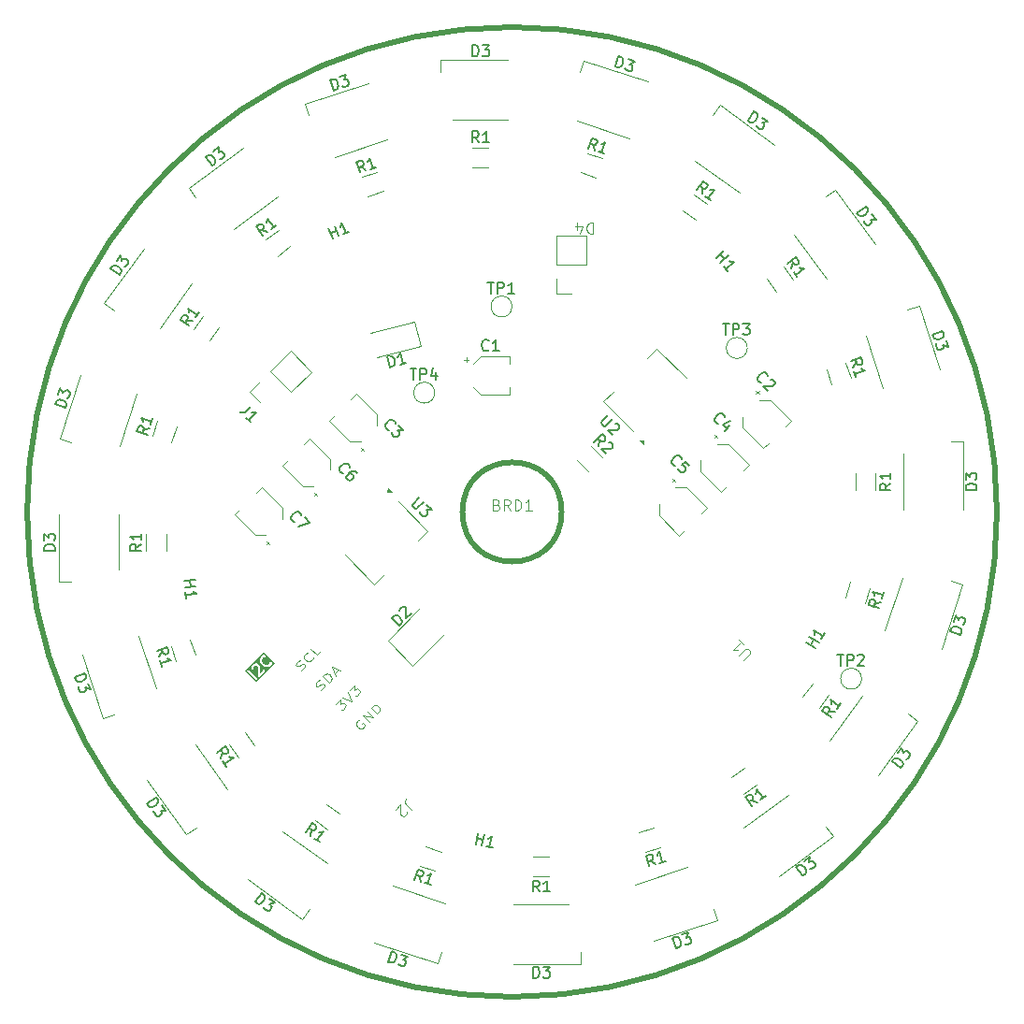
<source format=gbr>
%TF.GenerationSoftware,KiCad,Pcbnew,8.0.4*%
%TF.CreationDate,2024-07-23T01:00:19-04:00*%
%TF.ProjectId,esp32-wroom-table-lights,65737033-322d-4777-926f-6f6d2d746162,rev?*%
%TF.SameCoordinates,Original*%
%TF.FileFunction,Legend,Top*%
%TF.FilePolarity,Positive*%
%FSLAX46Y46*%
G04 Gerber Fmt 4.6, Leading zero omitted, Abs format (unit mm)*
G04 Created by KiCad (PCBNEW 8.0.4) date 2024-07-23 01:00:19*
%MOMM*%
%LPD*%
G01*
G04 APERTURE LIST*
%ADD10C,0.100000*%
%ADD11C,0.150000*%
%ADD12C,0.200000*%
%ADD13C,0.120000*%
%ADD14C,0.500000*%
G04 APERTURE END LIST*
D10*
X107423094Y-73600080D02*
X107423094Y-74600080D01*
X107423094Y-74600080D02*
X107184999Y-74600080D01*
X107184999Y-74600080D02*
X107042142Y-74552461D01*
X107042142Y-74552461D02*
X106946904Y-74457223D01*
X106946904Y-74457223D02*
X106899285Y-74361985D01*
X106899285Y-74361985D02*
X106851666Y-74171509D01*
X106851666Y-74171509D02*
X106851666Y-74028652D01*
X106851666Y-74028652D02*
X106899285Y-73838176D01*
X106899285Y-73838176D02*
X106946904Y-73742938D01*
X106946904Y-73742938D02*
X107042142Y-73647700D01*
X107042142Y-73647700D02*
X107184999Y-73600080D01*
X107184999Y-73600080D02*
X107423094Y-73600080D01*
X105994523Y-74266747D02*
X105994523Y-73600080D01*
X106232618Y-74647700D02*
X106470713Y-73933414D01*
X106470713Y-73933414D02*
X105851666Y-73933414D01*
D11*
X107947477Y-93866820D02*
X108048492Y-93294401D01*
X107543416Y-93462759D02*
X108250523Y-92755653D01*
X108250523Y-92755653D02*
X108519897Y-93025027D01*
X108519897Y-93025027D02*
X108553569Y-93126042D01*
X108553569Y-93126042D02*
X108553569Y-93193385D01*
X108553569Y-93193385D02*
X108519897Y-93294401D01*
X108519897Y-93294401D02*
X108418882Y-93395416D01*
X108418882Y-93395416D02*
X108317866Y-93429088D01*
X108317866Y-93429088D02*
X108250523Y-93429088D01*
X108250523Y-93429088D02*
X108149508Y-93395416D01*
X108149508Y-93395416D02*
X107880134Y-93126042D01*
X108856614Y-93496431D02*
X108923958Y-93496431D01*
X108923958Y-93496431D02*
X109024973Y-93530103D01*
X109024973Y-93530103D02*
X109193332Y-93698462D01*
X109193332Y-93698462D02*
X109227004Y-93799477D01*
X109227004Y-93799477D02*
X109227004Y-93866820D01*
X109227004Y-93866820D02*
X109193332Y-93967836D01*
X109193332Y-93967836D02*
X109125988Y-94035179D01*
X109125988Y-94035179D02*
X108991301Y-94102523D01*
X108991301Y-94102523D02*
X108183179Y-94102523D01*
X108183179Y-94102523D02*
X108620912Y-94540255D01*
X89887489Y-110081314D02*
X89180383Y-109374207D01*
X89180383Y-109374207D02*
X89348741Y-109205848D01*
X89348741Y-109205848D02*
X89483428Y-109138505D01*
X89483428Y-109138505D02*
X89618115Y-109138505D01*
X89618115Y-109138505D02*
X89719131Y-109172177D01*
X89719131Y-109172177D02*
X89887489Y-109273192D01*
X89887489Y-109273192D02*
X89988505Y-109374207D01*
X89988505Y-109374207D02*
X90089520Y-109542566D01*
X90089520Y-109542566D02*
X90123192Y-109643581D01*
X90123192Y-109643581D02*
X90123192Y-109778268D01*
X90123192Y-109778268D02*
X90055848Y-109912955D01*
X90055848Y-109912955D02*
X89887489Y-110081314D01*
X89921161Y-108768116D02*
X89921161Y-108700772D01*
X89921161Y-108700772D02*
X89954833Y-108599757D01*
X89954833Y-108599757D02*
X90123192Y-108431398D01*
X90123192Y-108431398D02*
X90224207Y-108397726D01*
X90224207Y-108397726D02*
X90291550Y-108397726D01*
X90291550Y-108397726D02*
X90392566Y-108431398D01*
X90392566Y-108431398D02*
X90459909Y-108498742D01*
X90459909Y-108498742D02*
X90527253Y-108633429D01*
X90527253Y-108633429D02*
X90527253Y-109441551D01*
X90527253Y-109441551D02*
X90964985Y-109003818D01*
X96795532Y-129861803D02*
X97003444Y-128883655D01*
X96904438Y-129349440D02*
X97463380Y-129468246D01*
X97354473Y-129980609D02*
X97562385Y-129002462D01*
X98332621Y-130188521D02*
X97773680Y-130069714D01*
X98053150Y-130129118D02*
X98261062Y-129150970D01*
X98261062Y-129150970D02*
X98138203Y-129270904D01*
X98138203Y-129270904D02*
X98025245Y-129344260D01*
X98025245Y-129344260D02*
X97922188Y-129371038D01*
X70419290Y-106041978D02*
X71413812Y-105937450D01*
X70940230Y-105987225D02*
X70999961Y-106555523D01*
X70479021Y-106610276D02*
X71473543Y-106505748D01*
X70583549Y-107604798D02*
X70523819Y-107036500D01*
X70553684Y-107320649D02*
X71548206Y-107216121D01*
X71548206Y-107216121D02*
X71396176Y-107136337D01*
X71396176Y-107136337D02*
X71291505Y-107051576D01*
X71291505Y-107051576D02*
X71234192Y-106961837D01*
X83900497Y-75046735D02*
X83493761Y-74133190D01*
X83687445Y-74568211D02*
X84209471Y-74335790D01*
X84422523Y-74814314D02*
X84015787Y-73900769D01*
X85336069Y-74407577D02*
X84814043Y-74639998D01*
X85075056Y-74523788D02*
X84668319Y-73610242D01*
X84668319Y-73610242D02*
X84639420Y-73779486D01*
X84639420Y-73779486D02*
X84591153Y-73905227D01*
X84591153Y-73905227D02*
X84523517Y-73987466D01*
X118566732Y-76839283D02*
X119309877Y-76170153D01*
X118955999Y-76488786D02*
X119338359Y-76913440D01*
X118949093Y-77263937D02*
X119692237Y-76594807D01*
X119618223Y-78007082D02*
X119235863Y-77582428D01*
X119427043Y-77794755D02*
X120170188Y-77125625D01*
X120170188Y-77125625D02*
X120000298Y-77150439D01*
X120000298Y-77150439D02*
X119865795Y-77143390D01*
X119865795Y-77143390D02*
X119766681Y-77104478D01*
X127600239Y-112137238D02*
X126734214Y-111637238D01*
X127146607Y-111875333D02*
X127432321Y-111380461D01*
X127885953Y-111642366D02*
X127019928Y-111142366D01*
X128385953Y-110776341D02*
X128100239Y-111271213D01*
X128243096Y-111023777D02*
X127377071Y-110523777D01*
X127377071Y-110523777D02*
X127453170Y-110677684D01*
X127453170Y-110677684D02*
X127488029Y-110807782D01*
X127488029Y-110807782D02*
X127481649Y-110914070D01*
D10*
X90953174Y-126731769D02*
X90448097Y-126226693D01*
X90448097Y-126226693D02*
X90380754Y-126092006D01*
X90380754Y-126092006D02*
X90380754Y-125957319D01*
X90380754Y-125957319D02*
X90448097Y-125822632D01*
X90448097Y-125822632D02*
X90515441Y-125755288D01*
X90582784Y-126967471D02*
X90582784Y-127034815D01*
X90582784Y-127034815D02*
X90549112Y-127135830D01*
X90549112Y-127135830D02*
X90380754Y-127304189D01*
X90380754Y-127304189D02*
X90279738Y-127337861D01*
X90279738Y-127337861D02*
X90212395Y-127337861D01*
X90212395Y-127337861D02*
X90111380Y-127304189D01*
X90111380Y-127304189D02*
X90044036Y-127236845D01*
X90044036Y-127236845D02*
X89976693Y-127102158D01*
X89976693Y-127102158D02*
X89976693Y-126294036D01*
X89976693Y-126294036D02*
X89538960Y-126731769D01*
D12*
G36*
X78627250Y-113483525D02*
G01*
X76915839Y-115194936D01*
X75910175Y-114189272D01*
X75929683Y-114169764D01*
X76110653Y-114169764D01*
X76110653Y-114208782D01*
X76125585Y-114244830D01*
X76138021Y-114259984D01*
X76845128Y-114967090D01*
X76860281Y-114979527D01*
X76896330Y-114994458D01*
X76935348Y-114994458D01*
X76971396Y-114979527D01*
X76998986Y-114951937D01*
X77013917Y-114915889D01*
X77013917Y-114876871D01*
X76998986Y-114840822D01*
X76986549Y-114825669D01*
X76279443Y-114118562D01*
X76264289Y-114106126D01*
X76228241Y-114091194D01*
X76189223Y-114091194D01*
X76153175Y-114106126D01*
X76125585Y-114133716D01*
X76110653Y-114169764D01*
X75929683Y-114169764D01*
X76213220Y-113886227D01*
X76479121Y-113886227D01*
X76479121Y-113953571D01*
X76481042Y-113973080D01*
X76495974Y-114009128D01*
X76523564Y-114036718D01*
X76559612Y-114051650D01*
X76598630Y-114051650D01*
X76634678Y-114036718D01*
X76662268Y-114009128D01*
X76677200Y-113973080D01*
X76679121Y-113953571D01*
X76679121Y-113902454D01*
X76700195Y-113839229D01*
X76835167Y-113704257D01*
X76898396Y-113683182D01*
X76933281Y-113683182D01*
X76996506Y-113704256D01*
X77035683Y-113743433D01*
X77085212Y-113842490D01*
X77085212Y-114627006D01*
X77087133Y-114646515D01*
X77102065Y-114682563D01*
X77129655Y-114710153D01*
X77165703Y-114725085D01*
X77204721Y-114725085D01*
X77240769Y-114710153D01*
X77255923Y-114697717D01*
X77693656Y-114259984D01*
X77706092Y-114244830D01*
X77721024Y-114208782D01*
X77721024Y-114169764D01*
X77706092Y-114133716D01*
X77678502Y-114106126D01*
X77642454Y-114091194D01*
X77603436Y-114091194D01*
X77567388Y-114106126D01*
X77552234Y-114118562D01*
X77285212Y-114385584D01*
X77285212Y-113818884D01*
X77283291Y-113799375D01*
X77281915Y-113796054D01*
X77281661Y-113792471D01*
X77274655Y-113774163D01*
X77207312Y-113639476D01*
X77202026Y-113631079D01*
X77201016Y-113628640D01*
X77198762Y-113625893D01*
X77196869Y-113622886D01*
X77194874Y-113621156D01*
X77188580Y-113613486D01*
X77121236Y-113546142D01*
X77106082Y-113533706D01*
X77102763Y-113532331D01*
X77100048Y-113529976D01*
X77082147Y-113521984D01*
X76981132Y-113488313D01*
X76971459Y-113486113D01*
X76969019Y-113485103D01*
X76965481Y-113484754D01*
X76962017Y-113483967D01*
X76959383Y-113484154D01*
X76949510Y-113483182D01*
X76882167Y-113483182D01*
X76872294Y-113484154D01*
X76869661Y-113483967D01*
X76866197Y-113484754D01*
X76862658Y-113485103D01*
X76860217Y-113486114D01*
X76850545Y-113488313D01*
X76749529Y-113521984D01*
X76731629Y-113529976D01*
X76728914Y-113532330D01*
X76725593Y-113533706D01*
X76710440Y-113546142D01*
X76542082Y-113714502D01*
X76529646Y-113729655D01*
X76528271Y-113732973D01*
X76525916Y-113735689D01*
X76517925Y-113753589D01*
X76484253Y-113854604D01*
X76482053Y-113864276D01*
X76481042Y-113866718D01*
X76480693Y-113870255D01*
X76479906Y-113873719D01*
X76480093Y-113876353D01*
X76479121Y-113886227D01*
X76213220Y-113886227D01*
X76987670Y-113111777D01*
X77253571Y-113111777D01*
X77253571Y-113246464D01*
X77254543Y-113256337D01*
X77254356Y-113258972D01*
X77255143Y-113262435D01*
X77255492Y-113265973D01*
X77256503Y-113268414D01*
X77258703Y-113278087D01*
X77292375Y-113379102D01*
X77292997Y-113380496D01*
X77293104Y-113381211D01*
X77296813Y-113389043D01*
X77300366Y-113397002D01*
X77300841Y-113397550D01*
X77301494Y-113398928D01*
X77402508Y-113567287D01*
X77404546Y-113570033D01*
X77405111Y-113571396D01*
X77409791Y-113577098D01*
X77414193Y-113583028D01*
X77415379Y-113583907D01*
X77417548Y-113586549D01*
X77518563Y-113687564D01*
X77521207Y-113689734D01*
X77522084Y-113690917D01*
X77528006Y-113695313D01*
X77533717Y-113700000D01*
X77535078Y-113700564D01*
X77537824Y-113702602D01*
X77706182Y-113803618D01*
X77707563Y-113804272D01*
X77708110Y-113804746D01*
X77716049Y-113808291D01*
X77723899Y-113812008D01*
X77724612Y-113812114D01*
X77726010Y-113812738D01*
X77827026Y-113846409D01*
X77836698Y-113848607D01*
X77839139Y-113849619D01*
X77842678Y-113849967D01*
X77846142Y-113850755D01*
X77848775Y-113850567D01*
X77858648Y-113851540D01*
X77993335Y-113851540D01*
X78012844Y-113849619D01*
X78016164Y-113848243D01*
X78019748Y-113847989D01*
X78038056Y-113840983D01*
X78172743Y-113773640D01*
X78181138Y-113768355D01*
X78183580Y-113767344D01*
X78186327Y-113765088D01*
X78189333Y-113763197D01*
X78191063Y-113761201D01*
X78198733Y-113754907D01*
X78266076Y-113687563D01*
X78272368Y-113679896D01*
X78274365Y-113678165D01*
X78276260Y-113675155D01*
X78278513Y-113672410D01*
X78279523Y-113669969D01*
X78284808Y-113661575D01*
X78352152Y-113526888D01*
X78359158Y-113508579D01*
X78359412Y-113504995D01*
X78360788Y-113501675D01*
X78362709Y-113482166D01*
X78362709Y-113414823D01*
X78360788Y-113395314D01*
X78345856Y-113359266D01*
X78318266Y-113331676D01*
X78282218Y-113316744D01*
X78243200Y-113316744D01*
X78207152Y-113331676D01*
X78179562Y-113359266D01*
X78164630Y-113395314D01*
X78162709Y-113414823D01*
X78162709Y-113458557D01*
X78113177Y-113557619D01*
X78068786Y-113602011D01*
X77969728Y-113651540D01*
X77874877Y-113651540D01*
X77799666Y-113626470D01*
X77651278Y-113537437D01*
X77567673Y-113453832D01*
X77478640Y-113305443D01*
X77453571Y-113230236D01*
X77453571Y-113135385D01*
X77503101Y-113036325D01*
X77547492Y-112991933D01*
X77646553Y-112942403D01*
X77690289Y-112942403D01*
X77709798Y-112940482D01*
X77745846Y-112925550D01*
X77773436Y-112897960D01*
X77788368Y-112861912D01*
X77788368Y-112822894D01*
X77773436Y-112786846D01*
X77745846Y-112759256D01*
X77709798Y-112744324D01*
X77690289Y-112742403D01*
X77622945Y-112742403D01*
X77603436Y-112744324D01*
X77600115Y-112745699D01*
X77596532Y-112745954D01*
X77578223Y-112752960D01*
X77443536Y-112820304D01*
X77435138Y-112825589D01*
X77432700Y-112826600D01*
X77429955Y-112828852D01*
X77426946Y-112830747D01*
X77425213Y-112832744D01*
X77417547Y-112839037D01*
X77350204Y-112906379D01*
X77343912Y-112914045D01*
X77341915Y-112915778D01*
X77340019Y-112918789D01*
X77337768Y-112921533D01*
X77336758Y-112923969D01*
X77331472Y-112932368D01*
X77264128Y-113067055D01*
X77257122Y-113085364D01*
X77256867Y-113088947D01*
X77255492Y-113092268D01*
X77253571Y-113111777D01*
X76987670Y-113111777D01*
X77621586Y-112477861D01*
X78627250Y-113483525D01*
G37*
D10*
X84116869Y-117217799D02*
X84554601Y-116780066D01*
X84554601Y-116780066D02*
X84534398Y-117231268D01*
X84534398Y-117231268D02*
X84635414Y-117130253D01*
X84635414Y-117130253D02*
X84729695Y-117089847D01*
X84729695Y-117089847D02*
X84790304Y-117083112D01*
X84790304Y-117083112D02*
X84877850Y-117103315D01*
X84877850Y-117103315D02*
X85012537Y-117238002D01*
X85012537Y-117238002D02*
X85032740Y-117325549D01*
X85032740Y-117325549D02*
X85026006Y-117386158D01*
X85026006Y-117386158D02*
X84985600Y-117480439D01*
X84985600Y-117480439D02*
X84783569Y-117682469D01*
X84783569Y-117682469D02*
X84689288Y-117722876D01*
X84689288Y-117722876D02*
X84628679Y-117729610D01*
X84756632Y-116578036D02*
X85558020Y-116908019D01*
X85558020Y-116908019D02*
X85228037Y-116106631D01*
X85396395Y-115938273D02*
X85834128Y-115500540D01*
X85834128Y-115500540D02*
X85813925Y-115951741D01*
X85813925Y-115951741D02*
X85914940Y-115850726D01*
X85914940Y-115850726D02*
X86009221Y-115810320D01*
X86009221Y-115810320D02*
X86069830Y-115803586D01*
X86069830Y-115803586D02*
X86157377Y-115823789D01*
X86157377Y-115823789D02*
X86292064Y-115958476D01*
X86292064Y-115958476D02*
X86312267Y-116046022D01*
X86312267Y-116046022D02*
X86305533Y-116106631D01*
X86305533Y-116106631D02*
X86265127Y-116200912D01*
X86265127Y-116200912D02*
X86063096Y-116402943D01*
X86063096Y-116402943D02*
X85968815Y-116443349D01*
X85968815Y-116443349D02*
X85908206Y-116450083D01*
X86280524Y-118608019D02*
X86186243Y-118648425D01*
X86186243Y-118648425D02*
X86085228Y-118749440D01*
X86085228Y-118749440D02*
X86011150Y-118877393D01*
X86011150Y-118877393D02*
X85997681Y-118998611D01*
X85997681Y-118998611D02*
X86017884Y-119086158D01*
X86017884Y-119086158D02*
X86091962Y-119227579D01*
X86091962Y-119227579D02*
X86172774Y-119308391D01*
X86172774Y-119308391D02*
X86314195Y-119382469D01*
X86314195Y-119382469D02*
X86401742Y-119402672D01*
X86401742Y-119402672D02*
X86522960Y-119389204D01*
X86522960Y-119389204D02*
X86650913Y-119315126D01*
X86650913Y-119315126D02*
X86718256Y-119247782D01*
X86718256Y-119247782D02*
X86792334Y-119119830D01*
X86792334Y-119119830D02*
X86799069Y-119059220D01*
X86799069Y-119059220D02*
X86610507Y-118870659D01*
X86610507Y-118870659D02*
X86475820Y-119005346D01*
X87155989Y-118810050D02*
X86590304Y-118244364D01*
X86590304Y-118244364D02*
X87560050Y-118405989D01*
X87560050Y-118405989D02*
X86994365Y-117840303D01*
X87896768Y-118069271D02*
X87331082Y-117503586D01*
X87331082Y-117503586D02*
X87499441Y-117335227D01*
X87499441Y-117335227D02*
X87627394Y-117261149D01*
X87627394Y-117261149D02*
X87748612Y-117247680D01*
X87748612Y-117247680D02*
X87836159Y-117267883D01*
X87836159Y-117267883D02*
X87977580Y-117341961D01*
X87977580Y-117341961D02*
X88058392Y-117422773D01*
X88058392Y-117422773D02*
X88132470Y-117564195D01*
X88132470Y-117564195D02*
X88152673Y-117651741D01*
X88152673Y-117651741D02*
X88139204Y-117772960D01*
X88139204Y-117772960D02*
X88065127Y-117900912D01*
X88065127Y-117900912D02*
X87896768Y-118069271D01*
X82772452Y-115939712D02*
X82900405Y-115865634D01*
X82900405Y-115865634D02*
X83068764Y-115697275D01*
X83068764Y-115697275D02*
X83109170Y-115602994D01*
X83109170Y-115602994D02*
X83115904Y-115542385D01*
X83115904Y-115542385D02*
X83095701Y-115454839D01*
X83095701Y-115454839D02*
X83041826Y-115400964D01*
X83041826Y-115400964D02*
X82954280Y-115380761D01*
X82954280Y-115380761D02*
X82893671Y-115387495D01*
X82893671Y-115387495D02*
X82799390Y-115427901D01*
X82799390Y-115427901D02*
X82637765Y-115535651D01*
X82637765Y-115535651D02*
X82543484Y-115576057D01*
X82543484Y-115576057D02*
X82482875Y-115582791D01*
X82482875Y-115582791D02*
X82395329Y-115562588D01*
X82395329Y-115562588D02*
X82341454Y-115508713D01*
X82341454Y-115508713D02*
X82321251Y-115421167D01*
X82321251Y-115421167D02*
X82327985Y-115360558D01*
X82327985Y-115360558D02*
X82368391Y-115266277D01*
X82368391Y-115266277D02*
X82536750Y-115097918D01*
X82536750Y-115097918D02*
X82664703Y-115023840D01*
X83506496Y-115259542D02*
X82940811Y-114693857D01*
X82940811Y-114693857D02*
X83109170Y-114525498D01*
X83109170Y-114525498D02*
X83237122Y-114451420D01*
X83237122Y-114451420D02*
X83358341Y-114437952D01*
X83358341Y-114437952D02*
X83445887Y-114458155D01*
X83445887Y-114458155D02*
X83587309Y-114532232D01*
X83587309Y-114532232D02*
X83668121Y-114613045D01*
X83668121Y-114613045D02*
X83742199Y-114754466D01*
X83742199Y-114754466D02*
X83762402Y-114842013D01*
X83762402Y-114842013D02*
X83748933Y-114963231D01*
X83748933Y-114963231D02*
X83674855Y-115091184D01*
X83674855Y-115091184D02*
X83506496Y-115259542D01*
X84018307Y-114424483D02*
X84355025Y-114087765D01*
X84112588Y-114653451D02*
X83782605Y-113852063D01*
X83782605Y-113852063D02*
X84583993Y-114182046D01*
X80989288Y-114122876D02*
X81117241Y-114048798D01*
X81117241Y-114048798D02*
X81285600Y-113880439D01*
X81285600Y-113880439D02*
X81326006Y-113786158D01*
X81326006Y-113786158D02*
X81332740Y-113725549D01*
X81332740Y-113725549D02*
X81312537Y-113638002D01*
X81312537Y-113638002D02*
X81258662Y-113584127D01*
X81258662Y-113584127D02*
X81171116Y-113563924D01*
X81171116Y-113563924D02*
X81110507Y-113570659D01*
X81110507Y-113570659D02*
X81016226Y-113611065D01*
X81016226Y-113611065D02*
X80854601Y-113718814D01*
X80854601Y-113718814D02*
X80760321Y-113759221D01*
X80760321Y-113759221D02*
X80699711Y-113765955D01*
X80699711Y-113765955D02*
X80612165Y-113745752D01*
X80612165Y-113745752D02*
X80558290Y-113691877D01*
X80558290Y-113691877D02*
X80538087Y-113604331D01*
X80538087Y-113604331D02*
X80544821Y-113543721D01*
X80544821Y-113543721D02*
X80585227Y-113449440D01*
X80585227Y-113449440D02*
X80753586Y-113281082D01*
X80753586Y-113281082D02*
X80881539Y-113207004D01*
X82073519Y-112984770D02*
X82066785Y-113045379D01*
X82066785Y-113045379D02*
X81992707Y-113173332D01*
X81992707Y-113173332D02*
X81925363Y-113240676D01*
X81925363Y-113240676D02*
X81797411Y-113314753D01*
X81797411Y-113314753D02*
X81676192Y-113328222D01*
X81676192Y-113328222D02*
X81588646Y-113308019D01*
X81588646Y-113308019D02*
X81447224Y-113233941D01*
X81447224Y-113233941D02*
X81366412Y-113153129D01*
X81366412Y-113153129D02*
X81292334Y-113011708D01*
X81292334Y-113011708D02*
X81272131Y-112924161D01*
X81272131Y-112924161D02*
X81285600Y-112802943D01*
X81285600Y-112802943D02*
X81359678Y-112674990D01*
X81359678Y-112674990D02*
X81427021Y-112607647D01*
X81427021Y-112607647D02*
X81554974Y-112533569D01*
X81554974Y-112533569D02*
X81615583Y-112526834D01*
X82767157Y-112398882D02*
X82430439Y-112735599D01*
X82430439Y-112735599D02*
X81864754Y-112169914D01*
D11*
X113079299Y-131694101D02*
X112615130Y-131344222D01*
X112535838Y-131870682D02*
X112226821Y-130919625D01*
X112226821Y-130919625D02*
X112589129Y-130801905D01*
X112589129Y-130801905D02*
X112694421Y-130817763D01*
X112694421Y-130817763D02*
X112754424Y-130848336D01*
X112754424Y-130848336D02*
X112829143Y-130924198D01*
X112829143Y-130924198D02*
X112873288Y-131060063D01*
X112873288Y-131060063D02*
X112857430Y-131165355D01*
X112857430Y-131165355D02*
X112826856Y-131225359D01*
X112826856Y-131225359D02*
X112750995Y-131300077D01*
X112750995Y-131300077D02*
X112388688Y-131417798D01*
X113985067Y-131399799D02*
X113441607Y-131576380D01*
X113713337Y-131488089D02*
X113404320Y-130537033D01*
X113404320Y-130537033D02*
X113357889Y-130702328D01*
X113357889Y-130702328D02*
X113296742Y-130822335D01*
X113296742Y-130822335D02*
X113220880Y-130897054D01*
X90888095Y-86806819D02*
X91459523Y-86806819D01*
X91173809Y-87806819D02*
X91173809Y-86806819D01*
X91792857Y-87806819D02*
X91792857Y-86806819D01*
X91792857Y-86806819D02*
X92173809Y-86806819D01*
X92173809Y-86806819D02*
X92269047Y-86854438D01*
X92269047Y-86854438D02*
X92316666Y-86902057D01*
X92316666Y-86902057D02*
X92364285Y-86997295D01*
X92364285Y-86997295D02*
X92364285Y-87140152D01*
X92364285Y-87140152D02*
X92316666Y-87235390D01*
X92316666Y-87235390D02*
X92269047Y-87283009D01*
X92269047Y-87283009D02*
X92173809Y-87330628D01*
X92173809Y-87330628D02*
X91792857Y-87330628D01*
X93221428Y-87140152D02*
X93221428Y-87806819D01*
X92983333Y-86759200D02*
X92745238Y-87473485D01*
X92745238Y-87473485D02*
X93364285Y-87473485D01*
X80427887Y-100686411D02*
X80360543Y-100686411D01*
X80360543Y-100686411D02*
X80225856Y-100619067D01*
X80225856Y-100619067D02*
X80158513Y-100551724D01*
X80158513Y-100551724D02*
X80091169Y-100417037D01*
X80091169Y-100417037D02*
X80091169Y-100282350D01*
X80091169Y-100282350D02*
X80124841Y-100181335D01*
X80124841Y-100181335D02*
X80225856Y-100012976D01*
X80225856Y-100012976D02*
X80326871Y-99911961D01*
X80326871Y-99911961D02*
X80495230Y-99810945D01*
X80495230Y-99810945D02*
X80596245Y-99777274D01*
X80596245Y-99777274D02*
X80730932Y-99777274D01*
X80730932Y-99777274D02*
X80865619Y-99844617D01*
X80865619Y-99844617D02*
X80932963Y-99911961D01*
X80932963Y-99911961D02*
X81000306Y-100046648D01*
X81000306Y-100046648D02*
X81000306Y-100113991D01*
X81303352Y-100282350D02*
X81774757Y-100753754D01*
X81774757Y-100753754D02*
X80764604Y-101157815D01*
X133490689Y-107965506D02*
X132934800Y-108135374D01*
X133314108Y-108508967D02*
X132363052Y-108199950D01*
X132363052Y-108199950D02*
X132480773Y-107837643D01*
X132480773Y-107837643D02*
X132555491Y-107761781D01*
X132555491Y-107761781D02*
X132615495Y-107731208D01*
X132615495Y-107731208D02*
X132720787Y-107715350D01*
X132720787Y-107715350D02*
X132856652Y-107759495D01*
X132856652Y-107759495D02*
X132932513Y-107834214D01*
X132932513Y-107834214D02*
X132963087Y-107894217D01*
X132963087Y-107894217D02*
X132978945Y-107999509D01*
X132978945Y-107999509D02*
X132861224Y-108361816D01*
X133784991Y-107059738D02*
X133608410Y-107603199D01*
X133696701Y-107331469D02*
X132745644Y-107022452D01*
X132745644Y-107022452D02*
X132852079Y-107157174D01*
X132852079Y-107157174D02*
X132913226Y-107277181D01*
X132913226Y-107277181D02*
X132929084Y-107382473D01*
X89025821Y-86688339D02*
X88767001Y-85722413D01*
X88767001Y-85722413D02*
X88996984Y-85660790D01*
X88996984Y-85660790D02*
X89147298Y-85669812D01*
X89147298Y-85669812D02*
X89263940Y-85737155D01*
X89263940Y-85737155D02*
X89334586Y-85816824D01*
X89334586Y-85816824D02*
X89429882Y-85988485D01*
X89429882Y-85988485D02*
X89466856Y-86126474D01*
X89466856Y-86126474D02*
X89470158Y-86322785D01*
X89470158Y-86322785D02*
X89448811Y-86427102D01*
X89448811Y-86427102D02*
X89381468Y-86543745D01*
X89381468Y-86543745D02*
X89255803Y-86626715D01*
X89255803Y-86626715D02*
X89025821Y-86688339D01*
X90497708Y-86293948D02*
X89945750Y-86441845D01*
X90221729Y-86367896D02*
X89962910Y-85401970D01*
X89962910Y-85401970D02*
X89907891Y-85564609D01*
X89907891Y-85564609D02*
X89840547Y-85681252D01*
X89840547Y-85681252D02*
X89760879Y-85751898D01*
X60511076Y-114746170D02*
X61462133Y-114437153D01*
X61462133Y-114437153D02*
X61535708Y-114663596D01*
X61535708Y-114663596D02*
X61534565Y-114814176D01*
X61534565Y-114814176D02*
X61473418Y-114934183D01*
X61473418Y-114934183D02*
X61397557Y-115008901D01*
X61397557Y-115008901D02*
X61231118Y-115113050D01*
X61231118Y-115113050D02*
X61095253Y-115157195D01*
X61095253Y-115157195D02*
X60899384Y-115170767D01*
X60899384Y-115170767D02*
X60794092Y-115154909D01*
X60794092Y-115154909D02*
X60674085Y-115093763D01*
X60674085Y-115093763D02*
X60584652Y-114972613D01*
X60584652Y-114972613D02*
X60511076Y-114746170D01*
X61741719Y-115297633D02*
X61933016Y-115886382D01*
X61933016Y-115886382D02*
X61467703Y-115687084D01*
X61467703Y-115687084D02*
X61511848Y-115822950D01*
X61511848Y-115822950D02*
X61495990Y-115928242D01*
X61495990Y-115928242D02*
X61465416Y-115988245D01*
X61465416Y-115988245D02*
X61389555Y-116062964D01*
X61389555Y-116062964D02*
X61163113Y-116136539D01*
X61163113Y-116136539D02*
X61057821Y-116120681D01*
X61057821Y-116120681D02*
X60997817Y-116090108D01*
X60997817Y-116090108D02*
X60923099Y-116014246D01*
X60923099Y-116014246D02*
X60834808Y-115742515D01*
X60834808Y-115742515D02*
X60850666Y-115637223D01*
X60850666Y-115637223D02*
X60881240Y-115577220D01*
X129328258Y-117915050D02*
X128747083Y-117904825D01*
X128992381Y-118377346D02*
X128183364Y-117789560D01*
X128183364Y-117789560D02*
X128407282Y-117481363D01*
X128407282Y-117481363D02*
X128501786Y-117432304D01*
X128501786Y-117432304D02*
X128568300Y-117421769D01*
X128568300Y-117421769D02*
X128673339Y-117439224D01*
X128673339Y-117439224D02*
X128788913Y-117523193D01*
X128788913Y-117523193D02*
X128837973Y-117617698D01*
X128837973Y-117617698D02*
X128848508Y-117684212D01*
X128848508Y-117684212D02*
X128831053Y-117789251D01*
X128831053Y-117789251D02*
X128607134Y-118097448D01*
X129888053Y-117144558D02*
X129552176Y-117606853D01*
X129720115Y-117375706D02*
X128911098Y-116787920D01*
X128911098Y-116787920D02*
X128970692Y-116948939D01*
X128970692Y-116948939D02*
X128991762Y-117081968D01*
X128991762Y-117081968D02*
X128974307Y-117187007D01*
X81884949Y-129128258D02*
X81895174Y-128547083D01*
X81422653Y-128792381D02*
X82010439Y-127983364D01*
X82010439Y-127983364D02*
X82318636Y-128207282D01*
X82318636Y-128207282D02*
X82367695Y-128301786D01*
X82367695Y-128301786D02*
X82378230Y-128368300D01*
X82378230Y-128368300D02*
X82360775Y-128473339D01*
X82360775Y-128473339D02*
X82276806Y-128588913D01*
X82276806Y-128588913D02*
X82182301Y-128637973D01*
X82182301Y-128637973D02*
X82115787Y-128648508D01*
X82115787Y-128648508D02*
X82010748Y-128631053D01*
X82010748Y-128631053D02*
X81702551Y-128407134D01*
X82655441Y-129688053D02*
X82193146Y-129352176D01*
X82424293Y-129520115D02*
X83012079Y-128711098D01*
X83012079Y-128711098D02*
X82851060Y-128770692D01*
X82851060Y-128770692D02*
X82718031Y-128791762D01*
X82718031Y-128791762D02*
X82612992Y-128774307D01*
X125359526Y-77770028D02*
X125548844Y-77220458D01*
X125023649Y-77307732D02*
X125832666Y-76719947D01*
X125832666Y-76719947D02*
X126056584Y-77028144D01*
X126056584Y-77028144D02*
X126074039Y-77133183D01*
X126074039Y-77133183D02*
X126063504Y-77199697D01*
X126063504Y-77199697D02*
X126014445Y-77294201D01*
X126014445Y-77294201D02*
X125898871Y-77378171D01*
X125898871Y-77378171D02*
X125793832Y-77395626D01*
X125793832Y-77395626D02*
X125727317Y-77385091D01*
X125727317Y-77385091D02*
X125632813Y-77336031D01*
X125632813Y-77336031D02*
X125408895Y-77027834D01*
X125919322Y-78540520D02*
X125583444Y-78078225D01*
X125751383Y-78309372D02*
X126560400Y-77721587D01*
X126560400Y-77721587D02*
X126388847Y-77728507D01*
X126388847Y-77728507D02*
X126255818Y-77707437D01*
X126255818Y-77707437D02*
X126161314Y-77658378D01*
X130925978Y-86684775D02*
X131275857Y-86220606D01*
X130749397Y-86141314D02*
X131700454Y-85832297D01*
X131700454Y-85832297D02*
X131818174Y-86194605D01*
X131818174Y-86194605D02*
X131802316Y-86299897D01*
X131802316Y-86299897D02*
X131771743Y-86359900D01*
X131771743Y-86359900D02*
X131695881Y-86434619D01*
X131695881Y-86434619D02*
X131560016Y-86478764D01*
X131560016Y-86478764D02*
X131454724Y-86462906D01*
X131454724Y-86462906D02*
X131394720Y-86432332D01*
X131394720Y-86432332D02*
X131320002Y-86356471D01*
X131320002Y-86356471D02*
X131202281Y-85994164D01*
X131220280Y-87590543D02*
X131043699Y-87047083D01*
X131131990Y-87318813D02*
X132083046Y-87009796D01*
X132083046Y-87009796D02*
X131917751Y-86963365D01*
X131917751Y-86963365D02*
X131797744Y-86902218D01*
X131797744Y-86902218D02*
X131723025Y-86826356D01*
X122294972Y-126091367D02*
X121745402Y-125902049D01*
X121832676Y-126427244D02*
X121244891Y-125618227D01*
X121244891Y-125618227D02*
X121553088Y-125394309D01*
X121553088Y-125394309D02*
X121658127Y-125376854D01*
X121658127Y-125376854D02*
X121724641Y-125387389D01*
X121724641Y-125387389D02*
X121819145Y-125436448D01*
X121819145Y-125436448D02*
X121903115Y-125552022D01*
X121903115Y-125552022D02*
X121920570Y-125657061D01*
X121920570Y-125657061D02*
X121910035Y-125723576D01*
X121910035Y-125723576D02*
X121860975Y-125818080D01*
X121860975Y-125818080D02*
X121552778Y-126041998D01*
X123065464Y-125531571D02*
X122603169Y-125867449D01*
X122834316Y-125699510D02*
X122246531Y-124890493D01*
X122246531Y-124890493D02*
X122253451Y-125062046D01*
X122253451Y-125062046D02*
X122232381Y-125195075D01*
X122232381Y-125195075D02*
X122183322Y-125289579D01*
X77970028Y-74440473D02*
X77420458Y-74251155D01*
X77507732Y-74776350D02*
X76919947Y-73967333D01*
X76919947Y-73967333D02*
X77228144Y-73743415D01*
X77228144Y-73743415D02*
X77333183Y-73725960D01*
X77333183Y-73725960D02*
X77399697Y-73736495D01*
X77399697Y-73736495D02*
X77494201Y-73785554D01*
X77494201Y-73785554D02*
X77578171Y-73901128D01*
X77578171Y-73901128D02*
X77595626Y-74006167D01*
X77595626Y-74006167D02*
X77585091Y-74072682D01*
X77585091Y-74072682D02*
X77536031Y-74167186D01*
X77536031Y-74167186D02*
X77227834Y-74391104D01*
X78740520Y-73880677D02*
X78278225Y-74216555D01*
X78509372Y-74048616D02*
X77921587Y-73239599D01*
X77921587Y-73239599D02*
X77928507Y-73411152D01*
X77928507Y-73411152D02*
X77907437Y-73544181D01*
X77907437Y-73544181D02*
X77858378Y-73638685D01*
X102583333Y-134174819D02*
X102250000Y-133698628D01*
X102011905Y-134174819D02*
X102011905Y-133174819D01*
X102011905Y-133174819D02*
X102392857Y-133174819D01*
X102392857Y-133174819D02*
X102488095Y-133222438D01*
X102488095Y-133222438D02*
X102535714Y-133270057D01*
X102535714Y-133270057D02*
X102583333Y-133365295D01*
X102583333Y-133365295D02*
X102583333Y-133508152D01*
X102583333Y-133508152D02*
X102535714Y-133603390D01*
X102535714Y-133603390D02*
X102488095Y-133651009D01*
X102488095Y-133651009D02*
X102392857Y-133698628D01*
X102392857Y-133698628D02*
X102011905Y-133698628D01*
X103535714Y-134174819D02*
X102964286Y-134174819D01*
X103250000Y-134174819D02*
X103250000Y-133174819D01*
X103250000Y-133174819D02*
X103154762Y-133317676D01*
X103154762Y-133317676D02*
X103059524Y-133412914D01*
X103059524Y-133412914D02*
X102964286Y-133460533D01*
X134374819Y-97216666D02*
X133898628Y-97549999D01*
X134374819Y-97788094D02*
X133374819Y-97788094D01*
X133374819Y-97788094D02*
X133374819Y-97407142D01*
X133374819Y-97407142D02*
X133422438Y-97311904D01*
X133422438Y-97311904D02*
X133470057Y-97264285D01*
X133470057Y-97264285D02*
X133565295Y-97216666D01*
X133565295Y-97216666D02*
X133708152Y-97216666D01*
X133708152Y-97216666D02*
X133803390Y-97264285D01*
X133803390Y-97264285D02*
X133851009Y-97311904D01*
X133851009Y-97311904D02*
X133898628Y-97407142D01*
X133898628Y-97407142D02*
X133898628Y-97788094D01*
X134374819Y-96264285D02*
X134374819Y-96835713D01*
X134374819Y-96549999D02*
X133374819Y-96549999D01*
X133374819Y-96549999D02*
X133517676Y-96645237D01*
X133517676Y-96645237D02*
X133612914Y-96740475D01*
X133612914Y-96740475D02*
X133660533Y-96835713D01*
X91834493Y-133290689D02*
X91664625Y-132734800D01*
X91291032Y-133114108D02*
X91600049Y-132163052D01*
X91600049Y-132163052D02*
X91962356Y-132280773D01*
X91962356Y-132280773D02*
X92038218Y-132355491D01*
X92038218Y-132355491D02*
X92068791Y-132415495D01*
X92068791Y-132415495D02*
X92084649Y-132520787D01*
X92084649Y-132520787D02*
X92040504Y-132656652D01*
X92040504Y-132656652D02*
X91965785Y-132732513D01*
X91965785Y-132732513D02*
X91905782Y-132763087D01*
X91905782Y-132763087D02*
X91800490Y-132778945D01*
X91800490Y-132778945D02*
X91438183Y-132661224D01*
X92740261Y-133584991D02*
X92196800Y-133408410D01*
X92468530Y-133496701D02*
X92777547Y-132545644D01*
X92777547Y-132545644D02*
X92642825Y-132652079D01*
X92642825Y-132652079D02*
X92522818Y-132713226D01*
X92522818Y-132713226D02*
X92417526Y-132729084D01*
X102011905Y-141974819D02*
X102011905Y-140974819D01*
X102011905Y-140974819D02*
X102250000Y-140974819D01*
X102250000Y-140974819D02*
X102392857Y-141022438D01*
X102392857Y-141022438D02*
X102488095Y-141117676D01*
X102488095Y-141117676D02*
X102535714Y-141212914D01*
X102535714Y-141212914D02*
X102583333Y-141403390D01*
X102583333Y-141403390D02*
X102583333Y-141546247D01*
X102583333Y-141546247D02*
X102535714Y-141736723D01*
X102535714Y-141736723D02*
X102488095Y-141831961D01*
X102488095Y-141831961D02*
X102392857Y-141927200D01*
X102392857Y-141927200D02*
X102250000Y-141974819D01*
X102250000Y-141974819D02*
X102011905Y-141974819D01*
X102916667Y-140974819D02*
X103535714Y-140974819D01*
X103535714Y-140974819D02*
X103202381Y-141355771D01*
X103202381Y-141355771D02*
X103345238Y-141355771D01*
X103345238Y-141355771D02*
X103440476Y-141403390D01*
X103440476Y-141403390D02*
X103488095Y-141451009D01*
X103488095Y-141451009D02*
X103535714Y-141546247D01*
X103535714Y-141546247D02*
X103535714Y-141784342D01*
X103535714Y-141784342D02*
X103488095Y-141879580D01*
X103488095Y-141879580D02*
X103440476Y-141927200D01*
X103440476Y-141927200D02*
X103345238Y-141974819D01*
X103345238Y-141974819D02*
X103059524Y-141974819D01*
X103059524Y-141974819D02*
X102964286Y-141927200D01*
X102964286Y-141927200D02*
X102916667Y-141879580D01*
X71211726Y-82489292D02*
X70630551Y-82479067D01*
X70875849Y-82951588D02*
X70066832Y-82363802D01*
X70066832Y-82363802D02*
X70290750Y-82055605D01*
X70290750Y-82055605D02*
X70385254Y-82006546D01*
X70385254Y-82006546D02*
X70451768Y-81996011D01*
X70451768Y-81996011D02*
X70556807Y-82013466D01*
X70556807Y-82013466D02*
X70672381Y-82097435D01*
X70672381Y-82097435D02*
X70721441Y-82191940D01*
X70721441Y-82191940D02*
X70731976Y-82258454D01*
X70731976Y-82258454D02*
X70714521Y-82363493D01*
X70714521Y-82363493D02*
X70490602Y-82671690D01*
X71771521Y-81718800D02*
X71435644Y-82181095D01*
X71603583Y-81949948D02*
X70794566Y-81362162D01*
X70794566Y-81362162D02*
X70854160Y-81523181D01*
X70854160Y-81523181D02*
X70875230Y-81656210D01*
X70875230Y-81656210D02*
X70857775Y-81761249D01*
X114877887Y-95586411D02*
X114810543Y-95586411D01*
X114810543Y-95586411D02*
X114675856Y-95519067D01*
X114675856Y-95519067D02*
X114608513Y-95451724D01*
X114608513Y-95451724D02*
X114541169Y-95317037D01*
X114541169Y-95317037D02*
X114541169Y-95182350D01*
X114541169Y-95182350D02*
X114574841Y-95081335D01*
X114574841Y-95081335D02*
X114675856Y-94912976D01*
X114675856Y-94912976D02*
X114776871Y-94811961D01*
X114776871Y-94811961D02*
X114945230Y-94710945D01*
X114945230Y-94710945D02*
X115046245Y-94677274D01*
X115046245Y-94677274D02*
X115180932Y-94677274D01*
X115180932Y-94677274D02*
X115315619Y-94744617D01*
X115315619Y-94744617D02*
X115382963Y-94811961D01*
X115382963Y-94811961D02*
X115450306Y-94946648D01*
X115450306Y-94946648D02*
X115450306Y-95013991D01*
X116157413Y-95586411D02*
X115820696Y-95249693D01*
X115820696Y-95249693D02*
X115450306Y-95552739D01*
X115450306Y-95552739D02*
X115517650Y-95552739D01*
X115517650Y-95552739D02*
X115618665Y-95586411D01*
X115618665Y-95586411D02*
X115787024Y-95754770D01*
X115787024Y-95754770D02*
X115820696Y-95855785D01*
X115820696Y-95855785D02*
X115820696Y-95923128D01*
X115820696Y-95923128D02*
X115787024Y-96024144D01*
X115787024Y-96024144D02*
X115618665Y-96192502D01*
X115618665Y-96192502D02*
X115517650Y-96226174D01*
X115517650Y-96226174D02*
X115450306Y-96226174D01*
X115450306Y-96226174D02*
X115349291Y-96192502D01*
X115349291Y-96192502D02*
X115180932Y-96024144D01*
X115180932Y-96024144D02*
X115147261Y-95923128D01*
X115147261Y-95923128D02*
X115147261Y-95855785D01*
D10*
X121031788Y-113195707D02*
X121604208Y-112623287D01*
X121604208Y-112623287D02*
X121637879Y-112522272D01*
X121637879Y-112522272D02*
X121637879Y-112454929D01*
X121637879Y-112454929D02*
X121604208Y-112353913D01*
X121604208Y-112353913D02*
X121469521Y-112219226D01*
X121469521Y-112219226D02*
X121368505Y-112185555D01*
X121368505Y-112185555D02*
X121301162Y-112185555D01*
X121301162Y-112185555D02*
X121200147Y-112219226D01*
X121200147Y-112219226D02*
X120627727Y-112791646D01*
X120627727Y-111377433D02*
X121031788Y-111781494D01*
X120829757Y-111579463D02*
X120122651Y-112286570D01*
X120122651Y-112286570D02*
X120291009Y-112252898D01*
X120291009Y-112252898D02*
X120425696Y-112252898D01*
X120425696Y-112252898D02*
X120526712Y-112286570D01*
D11*
X86884775Y-68874021D02*
X86420606Y-68524142D01*
X86341314Y-69050602D02*
X86032297Y-68099545D01*
X86032297Y-68099545D02*
X86394605Y-67981825D01*
X86394605Y-67981825D02*
X86499897Y-67997683D01*
X86499897Y-67997683D02*
X86559900Y-68028256D01*
X86559900Y-68028256D02*
X86634619Y-68104118D01*
X86634619Y-68104118D02*
X86678764Y-68239983D01*
X86678764Y-68239983D02*
X86662906Y-68345275D01*
X86662906Y-68345275D02*
X86632332Y-68405279D01*
X86632332Y-68405279D02*
X86556471Y-68479997D01*
X86556471Y-68479997D02*
X86194164Y-68597718D01*
X87790543Y-68579719D02*
X87247083Y-68756300D01*
X87518813Y-68668009D02*
X87209796Y-67716953D01*
X87209796Y-67716953D02*
X87163365Y-67882248D01*
X87163365Y-67882248D02*
X87102218Y-68002255D01*
X87102218Y-68002255D02*
X87026356Y-68076974D01*
X97083333Y-66334819D02*
X96750000Y-65858628D01*
X96511905Y-66334819D02*
X96511905Y-65334819D01*
X96511905Y-65334819D02*
X96892857Y-65334819D01*
X96892857Y-65334819D02*
X96988095Y-65382438D01*
X96988095Y-65382438D02*
X97035714Y-65430057D01*
X97035714Y-65430057D02*
X97083333Y-65525295D01*
X97083333Y-65525295D02*
X97083333Y-65668152D01*
X97083333Y-65668152D02*
X97035714Y-65763390D01*
X97035714Y-65763390D02*
X96988095Y-65811009D01*
X96988095Y-65811009D02*
X96892857Y-65858628D01*
X96892857Y-65858628D02*
X96511905Y-65858628D01*
X98035714Y-66334819D02*
X97464286Y-66334819D01*
X97750000Y-66334819D02*
X97750000Y-65334819D01*
X97750000Y-65334819D02*
X97654762Y-65477676D01*
X97654762Y-65477676D02*
X97559524Y-65572914D01*
X97559524Y-65572914D02*
X97464286Y-65620533D01*
X72923007Y-68466018D02*
X72335222Y-67657001D01*
X72335222Y-67657001D02*
X72527845Y-67517052D01*
X72527845Y-67517052D02*
X72671409Y-67471607D01*
X72671409Y-67471607D02*
X72804437Y-67492677D01*
X72804437Y-67492677D02*
X72898942Y-67541737D01*
X72898942Y-67541737D02*
X73049425Y-67667845D01*
X73049425Y-67667845D02*
X73133395Y-67783419D01*
X73133395Y-67783419D02*
X73206829Y-67965507D01*
X73206829Y-67965507D02*
X73224284Y-68070546D01*
X73224284Y-68070546D02*
X73203214Y-68203575D01*
X73203214Y-68203575D02*
X73115630Y-68326069D01*
X73115630Y-68326069D02*
X72923007Y-68466018D01*
X73067190Y-67125195D02*
X73568010Y-66761328D01*
X73568010Y-66761328D02*
X73522256Y-67265454D01*
X73522256Y-67265454D02*
X73637829Y-67181484D01*
X73637829Y-67181484D02*
X73742868Y-67164029D01*
X73742868Y-67164029D02*
X73809383Y-67174564D01*
X73809383Y-67174564D02*
X73903887Y-67223624D01*
X73903887Y-67223624D02*
X74043836Y-67416247D01*
X74043836Y-67416247D02*
X74061291Y-67521286D01*
X74061291Y-67521286D02*
X74050756Y-67587800D01*
X74050756Y-67587800D02*
X74001697Y-67682304D01*
X74001697Y-67682304D02*
X73770549Y-67850243D01*
X73770549Y-67850243D02*
X73665510Y-67867698D01*
X73665510Y-67867698D02*
X73598995Y-67857163D01*
D10*
X98695238Y-99133609D02*
X98838095Y-99181228D01*
X98838095Y-99181228D02*
X98885714Y-99228847D01*
X98885714Y-99228847D02*
X98933333Y-99324085D01*
X98933333Y-99324085D02*
X98933333Y-99466942D01*
X98933333Y-99466942D02*
X98885714Y-99562180D01*
X98885714Y-99562180D02*
X98838095Y-99609800D01*
X98838095Y-99609800D02*
X98742857Y-99657419D01*
X98742857Y-99657419D02*
X98361905Y-99657419D01*
X98361905Y-99657419D02*
X98361905Y-98657419D01*
X98361905Y-98657419D02*
X98695238Y-98657419D01*
X98695238Y-98657419D02*
X98790476Y-98705038D01*
X98790476Y-98705038D02*
X98838095Y-98752657D01*
X98838095Y-98752657D02*
X98885714Y-98847895D01*
X98885714Y-98847895D02*
X98885714Y-98943133D01*
X98885714Y-98943133D02*
X98838095Y-99038371D01*
X98838095Y-99038371D02*
X98790476Y-99085990D01*
X98790476Y-99085990D02*
X98695238Y-99133609D01*
X98695238Y-99133609D02*
X98361905Y-99133609D01*
X99933333Y-99657419D02*
X99600000Y-99181228D01*
X99361905Y-99657419D02*
X99361905Y-98657419D01*
X99361905Y-98657419D02*
X99742857Y-98657419D01*
X99742857Y-98657419D02*
X99838095Y-98705038D01*
X99838095Y-98705038D02*
X99885714Y-98752657D01*
X99885714Y-98752657D02*
X99933333Y-98847895D01*
X99933333Y-98847895D02*
X99933333Y-98990752D01*
X99933333Y-98990752D02*
X99885714Y-99085990D01*
X99885714Y-99085990D02*
X99838095Y-99133609D01*
X99838095Y-99133609D02*
X99742857Y-99181228D01*
X99742857Y-99181228D02*
X99361905Y-99181228D01*
X100361905Y-99657419D02*
X100361905Y-98657419D01*
X100361905Y-98657419D02*
X100600000Y-98657419D01*
X100600000Y-98657419D02*
X100742857Y-98705038D01*
X100742857Y-98705038D02*
X100838095Y-98800276D01*
X100838095Y-98800276D02*
X100885714Y-98895514D01*
X100885714Y-98895514D02*
X100933333Y-99085990D01*
X100933333Y-99085990D02*
X100933333Y-99228847D01*
X100933333Y-99228847D02*
X100885714Y-99419323D01*
X100885714Y-99419323D02*
X100838095Y-99514561D01*
X100838095Y-99514561D02*
X100742857Y-99609800D01*
X100742857Y-99609800D02*
X100600000Y-99657419D01*
X100600000Y-99657419D02*
X100361905Y-99657419D01*
X101885714Y-99657419D02*
X101314286Y-99657419D01*
X101600000Y-99657419D02*
X101600000Y-98657419D01*
X101600000Y-98657419D02*
X101504762Y-98800276D01*
X101504762Y-98800276D02*
X101409524Y-98895514D01*
X101409524Y-98895514D02*
X101314286Y-98943133D01*
D11*
X107567395Y-67071421D02*
X107397527Y-66515532D01*
X107023934Y-66894840D02*
X107332951Y-65943784D01*
X107332951Y-65943784D02*
X107695258Y-66061505D01*
X107695258Y-66061505D02*
X107771120Y-66136223D01*
X107771120Y-66136223D02*
X107801693Y-66196227D01*
X107801693Y-66196227D02*
X107817551Y-66301519D01*
X107817551Y-66301519D02*
X107773406Y-66437384D01*
X107773406Y-66437384D02*
X107698687Y-66513245D01*
X107698687Y-66513245D02*
X107638684Y-66543819D01*
X107638684Y-66543819D02*
X107533392Y-66559677D01*
X107533392Y-66559677D02*
X107171085Y-66441956D01*
X108473163Y-67365723D02*
X107929702Y-67189142D01*
X108201432Y-67277433D02*
X108510449Y-66326376D01*
X108510449Y-66326376D02*
X108375727Y-66432811D01*
X108375727Y-66432811D02*
X108255720Y-66493958D01*
X108255720Y-66493958D02*
X108150428Y-66509816D01*
X121433136Y-64365517D02*
X122020922Y-63556500D01*
X122020922Y-63556500D02*
X122213545Y-63696448D01*
X122213545Y-63696448D02*
X122301129Y-63818942D01*
X122301129Y-63818942D02*
X122322198Y-63951971D01*
X122322198Y-63951971D02*
X122304744Y-64057010D01*
X122304744Y-64057010D02*
X122231309Y-64239098D01*
X122231309Y-64239098D02*
X122147340Y-64354672D01*
X122147340Y-64354672D02*
X121996856Y-64480781D01*
X121996856Y-64480781D02*
X121902352Y-64529841D01*
X121902352Y-64529841D02*
X121769323Y-64550910D01*
X121769323Y-64550910D02*
X121625759Y-64505465D01*
X121625759Y-64505465D02*
X121433136Y-64365517D01*
X122752889Y-64088305D02*
X123253709Y-64452172D01*
X123253709Y-64452172D02*
X122760119Y-64564441D01*
X122760119Y-64564441D02*
X122875693Y-64648410D01*
X122875693Y-64648410D02*
X122924752Y-64742914D01*
X122924752Y-64742914D02*
X122935287Y-64809429D01*
X122935287Y-64809429D02*
X122917832Y-64914468D01*
X122917832Y-64914468D02*
X122777883Y-65107091D01*
X122777883Y-65107091D02*
X122683379Y-65156150D01*
X122683379Y-65156150D02*
X122616865Y-65166685D01*
X122616865Y-65166685D02*
X122511826Y-65149230D01*
X122511826Y-65149230D02*
X122280678Y-64981292D01*
X122280678Y-64981292D02*
X122231619Y-64886787D01*
X122231619Y-64886787D02*
X122221084Y-64820273D01*
X58734819Y-103288094D02*
X57734819Y-103288094D01*
X57734819Y-103288094D02*
X57734819Y-103049999D01*
X57734819Y-103049999D02*
X57782438Y-102907142D01*
X57782438Y-102907142D02*
X57877676Y-102811904D01*
X57877676Y-102811904D02*
X57972914Y-102764285D01*
X57972914Y-102764285D02*
X58163390Y-102716666D01*
X58163390Y-102716666D02*
X58306247Y-102716666D01*
X58306247Y-102716666D02*
X58496723Y-102764285D01*
X58496723Y-102764285D02*
X58591961Y-102811904D01*
X58591961Y-102811904D02*
X58687200Y-102907142D01*
X58687200Y-102907142D02*
X58734819Y-103049999D01*
X58734819Y-103049999D02*
X58734819Y-103288094D01*
X57734819Y-102383332D02*
X57734819Y-101764285D01*
X57734819Y-101764285D02*
X58115771Y-102097618D01*
X58115771Y-102097618D02*
X58115771Y-101954761D01*
X58115771Y-101954761D02*
X58163390Y-101859523D01*
X58163390Y-101859523D02*
X58211009Y-101811904D01*
X58211009Y-101811904D02*
X58306247Y-101764285D01*
X58306247Y-101764285D02*
X58544342Y-101764285D01*
X58544342Y-101764285D02*
X58639580Y-101811904D01*
X58639580Y-101811904D02*
X58687200Y-101859523D01*
X58687200Y-101859523D02*
X58734819Y-101954761D01*
X58734819Y-101954761D02*
X58734819Y-102240475D01*
X58734819Y-102240475D02*
X58687200Y-102335713D01*
X58687200Y-102335713D02*
X58639580Y-102383332D01*
X131333981Y-72723007D02*
X132142998Y-72135222D01*
X132142998Y-72135222D02*
X132282947Y-72327845D01*
X132282947Y-72327845D02*
X132328392Y-72471409D01*
X132328392Y-72471409D02*
X132307322Y-72604437D01*
X132307322Y-72604437D02*
X132258262Y-72698942D01*
X132258262Y-72698942D02*
X132132154Y-72849425D01*
X132132154Y-72849425D02*
X132016580Y-72933395D01*
X132016580Y-72933395D02*
X131834492Y-73006829D01*
X131834492Y-73006829D02*
X131729453Y-73024284D01*
X131729453Y-73024284D02*
X131596424Y-73003214D01*
X131596424Y-73003214D02*
X131473930Y-72915630D01*
X131473930Y-72915630D02*
X131333981Y-72723007D01*
X132674804Y-72867190D02*
X133038671Y-73368010D01*
X133038671Y-73368010D02*
X132534545Y-73322256D01*
X132534545Y-73322256D02*
X132618515Y-73437829D01*
X132618515Y-73437829D02*
X132635970Y-73542868D01*
X132635970Y-73542868D02*
X132625435Y-73609383D01*
X132625435Y-73609383D02*
X132576375Y-73703887D01*
X132576375Y-73703887D02*
X132383752Y-73843836D01*
X132383752Y-73843836D02*
X132278713Y-73861291D01*
X132278713Y-73861291D02*
X132212199Y-73850756D01*
X132212199Y-73850756D02*
X132117695Y-73801697D01*
X132117695Y-73801697D02*
X131949756Y-73570549D01*
X131949756Y-73570549D02*
X131932301Y-73465510D01*
X131932301Y-73465510D02*
X131942836Y-73398995D01*
X126417401Y-132737576D02*
X125829616Y-131928559D01*
X125829616Y-131928559D02*
X126022239Y-131788610D01*
X126022239Y-131788610D02*
X126165803Y-131743165D01*
X126165803Y-131743165D02*
X126298831Y-131764235D01*
X126298831Y-131764235D02*
X126393336Y-131813295D01*
X126393336Y-131813295D02*
X126543819Y-131939403D01*
X126543819Y-131939403D02*
X126627789Y-132054977D01*
X126627789Y-132054977D02*
X126701223Y-132237065D01*
X126701223Y-132237065D02*
X126718678Y-132342104D01*
X126718678Y-132342104D02*
X126697608Y-132475133D01*
X126697608Y-132475133D02*
X126610024Y-132597627D01*
X126610024Y-132597627D02*
X126417401Y-132737576D01*
X126561584Y-131396753D02*
X127062404Y-131032886D01*
X127062404Y-131032886D02*
X127016650Y-131537012D01*
X127016650Y-131537012D02*
X127132223Y-131453042D01*
X127132223Y-131453042D02*
X127237262Y-131435587D01*
X127237262Y-131435587D02*
X127303777Y-131446122D01*
X127303777Y-131446122D02*
X127398281Y-131495182D01*
X127398281Y-131495182D02*
X127538230Y-131687805D01*
X127538230Y-131687805D02*
X127555685Y-131792844D01*
X127555685Y-131792844D02*
X127545150Y-131859358D01*
X127545150Y-131859358D02*
X127496091Y-131953862D01*
X127496091Y-131953862D02*
X127264943Y-132121801D01*
X127264943Y-132121801D02*
X127159904Y-132139256D01*
X127159904Y-132139256D02*
X127093389Y-132128721D01*
X122677887Y-88086411D02*
X122610543Y-88086411D01*
X122610543Y-88086411D02*
X122475856Y-88019067D01*
X122475856Y-88019067D02*
X122408513Y-87951724D01*
X122408513Y-87951724D02*
X122341169Y-87817037D01*
X122341169Y-87817037D02*
X122341169Y-87682350D01*
X122341169Y-87682350D02*
X122374841Y-87581335D01*
X122374841Y-87581335D02*
X122475856Y-87412976D01*
X122475856Y-87412976D02*
X122576871Y-87311961D01*
X122576871Y-87311961D02*
X122745230Y-87210945D01*
X122745230Y-87210945D02*
X122846245Y-87177274D01*
X122846245Y-87177274D02*
X122980932Y-87177274D01*
X122980932Y-87177274D02*
X123115619Y-87244617D01*
X123115619Y-87244617D02*
X123182963Y-87311961D01*
X123182963Y-87311961D02*
X123250306Y-87446648D01*
X123250306Y-87446648D02*
X123250306Y-87513991D01*
X123519680Y-87783365D02*
X123587024Y-87783365D01*
X123587024Y-87783365D02*
X123688039Y-87817037D01*
X123688039Y-87817037D02*
X123856398Y-87985396D01*
X123856398Y-87985396D02*
X123890070Y-88086411D01*
X123890070Y-88086411D02*
X123890070Y-88153754D01*
X123890070Y-88153754D02*
X123856398Y-88254770D01*
X123856398Y-88254770D02*
X123789054Y-88322113D01*
X123789054Y-88322113D02*
X123654367Y-88389457D01*
X123654367Y-88389457D02*
X122846245Y-88389457D01*
X122846245Y-88389457D02*
X123283978Y-88827189D01*
X97888095Y-79006819D02*
X98459523Y-79006819D01*
X98173809Y-80006819D02*
X98173809Y-79006819D01*
X98792857Y-80006819D02*
X98792857Y-79006819D01*
X98792857Y-79006819D02*
X99173809Y-79006819D01*
X99173809Y-79006819D02*
X99269047Y-79054438D01*
X99269047Y-79054438D02*
X99316666Y-79102057D01*
X99316666Y-79102057D02*
X99364285Y-79197295D01*
X99364285Y-79197295D02*
X99364285Y-79340152D01*
X99364285Y-79340152D02*
X99316666Y-79435390D01*
X99316666Y-79435390D02*
X99269047Y-79483009D01*
X99269047Y-79483009D02*
X99173809Y-79530628D01*
X99173809Y-79530628D02*
X98792857Y-79530628D01*
X100316666Y-80006819D02*
X99745238Y-80006819D01*
X100030952Y-80006819D02*
X100030952Y-79006819D01*
X100030952Y-79006819D02*
X99935714Y-79149676D01*
X99935714Y-79149676D02*
X99840476Y-79244914D01*
X99840476Y-79244914D02*
X99745238Y-79292533D01*
X140732349Y-110919299D02*
X139781293Y-110610282D01*
X139781293Y-110610282D02*
X139854868Y-110383840D01*
X139854868Y-110383840D02*
X139944302Y-110262690D01*
X139944302Y-110262690D02*
X140064309Y-110201543D01*
X140064309Y-110201543D02*
X140169601Y-110185685D01*
X140169601Y-110185685D02*
X140365470Y-110199257D01*
X140365470Y-110199257D02*
X140501335Y-110243402D01*
X140501335Y-110243402D02*
X140667773Y-110347551D01*
X140667773Y-110347551D02*
X140743635Y-110422270D01*
X140743635Y-110422270D02*
X140804782Y-110542277D01*
X140804782Y-110542277D02*
X140805925Y-110692857D01*
X140805925Y-110692857D02*
X140732349Y-110919299D01*
X140060880Y-109749802D02*
X140252176Y-109161053D01*
X140252176Y-109161053D02*
X140511477Y-109595793D01*
X140511477Y-109595793D02*
X140555623Y-109459928D01*
X140555623Y-109459928D02*
X140630341Y-109384066D01*
X140630341Y-109384066D02*
X140690345Y-109353493D01*
X140690345Y-109353493D02*
X140795637Y-109337634D01*
X140795637Y-109337634D02*
X141022079Y-109411210D01*
X141022079Y-109411210D02*
X141097940Y-109485928D01*
X141097940Y-109485928D02*
X141128514Y-109545932D01*
X141128514Y-109545932D02*
X141144372Y-109651224D01*
X141144372Y-109651224D02*
X141056081Y-109922954D01*
X141056081Y-109922954D02*
X140981363Y-109998816D01*
X140981363Y-109998816D02*
X140921359Y-110029389D01*
X117310707Y-71011726D02*
X117320932Y-70430551D01*
X116848411Y-70675849D02*
X117436197Y-69866832D01*
X117436197Y-69866832D02*
X117744394Y-70090750D01*
X117744394Y-70090750D02*
X117793453Y-70185254D01*
X117793453Y-70185254D02*
X117803988Y-70251768D01*
X117803988Y-70251768D02*
X117786533Y-70356807D01*
X117786533Y-70356807D02*
X117702564Y-70472381D01*
X117702564Y-70472381D02*
X117608059Y-70521441D01*
X117608059Y-70521441D02*
X117541545Y-70531976D01*
X117541545Y-70531976D02*
X117436506Y-70514521D01*
X117436506Y-70514521D02*
X117128309Y-70290602D01*
X118081199Y-71571521D02*
X117618904Y-71235644D01*
X117850051Y-71403583D02*
X118437837Y-70594566D01*
X118437837Y-70594566D02*
X118276818Y-70654160D01*
X118276818Y-70654160D02*
X118143789Y-70675230D01*
X118143789Y-70675230D02*
X118038750Y-70657775D01*
X67271421Y-92232604D02*
X66715532Y-92402472D01*
X67094840Y-92776065D02*
X66143784Y-92467048D01*
X66143784Y-92467048D02*
X66261505Y-92104741D01*
X66261505Y-92104741D02*
X66336223Y-92028879D01*
X66336223Y-92028879D02*
X66396227Y-91998306D01*
X66396227Y-91998306D02*
X66501519Y-91982448D01*
X66501519Y-91982448D02*
X66637384Y-92026593D01*
X66637384Y-92026593D02*
X66713245Y-92101312D01*
X66713245Y-92101312D02*
X66743819Y-92161315D01*
X66743819Y-92161315D02*
X66759677Y-92266607D01*
X66759677Y-92266607D02*
X66641956Y-92628914D01*
X67565723Y-91326836D02*
X67389142Y-91870297D01*
X67477433Y-91598567D02*
X66526376Y-91289550D01*
X66526376Y-91289550D02*
X66632811Y-91424272D01*
X66632811Y-91424272D02*
X66693958Y-91544279D01*
X66693958Y-91544279D02*
X66709816Y-91649571D01*
X108814772Y-91007731D02*
X108242352Y-91580151D01*
X108242352Y-91580151D02*
X108208680Y-91681166D01*
X108208680Y-91681166D02*
X108208680Y-91748510D01*
X108208680Y-91748510D02*
X108242352Y-91849525D01*
X108242352Y-91849525D02*
X108377039Y-91984212D01*
X108377039Y-91984212D02*
X108478054Y-92017884D01*
X108478054Y-92017884D02*
X108545398Y-92017884D01*
X108545398Y-92017884D02*
X108646413Y-91984212D01*
X108646413Y-91984212D02*
X109218833Y-91411792D01*
X109454535Y-91782182D02*
X109521878Y-91782182D01*
X109521878Y-91782182D02*
X109622894Y-91815853D01*
X109622894Y-91815853D02*
X109791252Y-91984212D01*
X109791252Y-91984212D02*
X109824924Y-92085227D01*
X109824924Y-92085227D02*
X109824924Y-92152571D01*
X109824924Y-92152571D02*
X109791252Y-92253586D01*
X109791252Y-92253586D02*
X109723909Y-92320930D01*
X109723909Y-92320930D02*
X109589222Y-92388273D01*
X109589222Y-92388273D02*
X108781100Y-92388273D01*
X108781100Y-92388273D02*
X109218833Y-92826006D01*
X138167638Y-83730982D02*
X139118695Y-83421965D01*
X139118695Y-83421965D02*
X139192270Y-83648408D01*
X139192270Y-83648408D02*
X139191127Y-83798988D01*
X139191127Y-83798988D02*
X139129980Y-83918995D01*
X139129980Y-83918995D02*
X139054119Y-83993713D01*
X139054119Y-83993713D02*
X138887680Y-84097862D01*
X138887680Y-84097862D02*
X138751815Y-84142007D01*
X138751815Y-84142007D02*
X138555946Y-84155579D01*
X138555946Y-84155579D02*
X138450654Y-84139721D01*
X138450654Y-84139721D02*
X138330647Y-84078575D01*
X138330647Y-84078575D02*
X138241214Y-83957425D01*
X138241214Y-83957425D02*
X138167638Y-83730982D01*
X139398281Y-84282445D02*
X139589578Y-84871194D01*
X139589578Y-84871194D02*
X139124265Y-84671896D01*
X139124265Y-84671896D02*
X139168410Y-84807762D01*
X139168410Y-84807762D02*
X139152552Y-84913054D01*
X139152552Y-84913054D02*
X139121978Y-84973057D01*
X139121978Y-84973057D02*
X139046117Y-85047776D01*
X139046117Y-85047776D02*
X138819675Y-85121351D01*
X138819675Y-85121351D02*
X138714383Y-85105493D01*
X138714383Y-85105493D02*
X138654379Y-85074920D01*
X138654379Y-85074920D02*
X138579661Y-84999058D01*
X138579661Y-84999058D02*
X138491370Y-84727327D01*
X138491370Y-84727327D02*
X138507228Y-84622035D01*
X138507228Y-84622035D02*
X138537802Y-84562032D01*
X135302713Y-122962071D02*
X134493696Y-122374285D01*
X134493696Y-122374285D02*
X134633644Y-122181662D01*
X134633644Y-122181662D02*
X134756138Y-122094078D01*
X134756138Y-122094078D02*
X134889167Y-122073009D01*
X134889167Y-122073009D02*
X134994206Y-122090463D01*
X134994206Y-122090463D02*
X135176294Y-122163898D01*
X135176294Y-122163898D02*
X135291868Y-122247867D01*
X135291868Y-122247867D02*
X135417977Y-122398351D01*
X135417977Y-122398351D02*
X135467037Y-122492855D01*
X135467037Y-122492855D02*
X135488106Y-122625884D01*
X135488106Y-122625884D02*
X135442661Y-122769448D01*
X135442661Y-122769448D02*
X135302713Y-122962071D01*
X135025501Y-121642318D02*
X135389368Y-121141498D01*
X135389368Y-121141498D02*
X135501637Y-121635088D01*
X135501637Y-121635088D02*
X135585606Y-121519514D01*
X135585606Y-121519514D02*
X135680110Y-121470455D01*
X135680110Y-121470455D02*
X135746625Y-121459920D01*
X135746625Y-121459920D02*
X135851664Y-121477375D01*
X135851664Y-121477375D02*
X136044287Y-121617324D01*
X136044287Y-121617324D02*
X136093346Y-121711828D01*
X136093346Y-121711828D02*
X136103881Y-121778342D01*
X136103881Y-121778342D02*
X136086426Y-121883381D01*
X136086426Y-121883381D02*
X135918488Y-122114529D01*
X135918488Y-122114529D02*
X135823983Y-122163588D01*
X135823983Y-122163588D02*
X135757469Y-122174123D01*
X66534819Y-102716666D02*
X66058628Y-103049999D01*
X66534819Y-103288094D02*
X65534819Y-103288094D01*
X65534819Y-103288094D02*
X65534819Y-102907142D01*
X65534819Y-102907142D02*
X65582438Y-102811904D01*
X65582438Y-102811904D02*
X65630057Y-102764285D01*
X65630057Y-102764285D02*
X65725295Y-102716666D01*
X65725295Y-102716666D02*
X65868152Y-102716666D01*
X65868152Y-102716666D02*
X65963390Y-102764285D01*
X65963390Y-102764285D02*
X66011009Y-102811904D01*
X66011009Y-102811904D02*
X66058628Y-102907142D01*
X66058628Y-102907142D02*
X66058628Y-103288094D01*
X66534819Y-101764285D02*
X66534819Y-102335713D01*
X66534819Y-102049999D02*
X65534819Y-102049999D01*
X65534819Y-102049999D02*
X65677676Y-102145237D01*
X65677676Y-102145237D02*
X65772914Y-102240475D01*
X65772914Y-102240475D02*
X65820533Y-102335713D01*
X109434266Y-59476599D02*
X109743283Y-58525543D01*
X109743283Y-58525543D02*
X109969725Y-58599118D01*
X109969725Y-58599118D02*
X110090875Y-58688552D01*
X110090875Y-58688552D02*
X110152022Y-58808559D01*
X110152022Y-58808559D02*
X110167880Y-58913851D01*
X110167880Y-58913851D02*
X110154308Y-59109720D01*
X110154308Y-59109720D02*
X110110163Y-59245585D01*
X110110163Y-59245585D02*
X110006014Y-59412023D01*
X110006014Y-59412023D02*
X109931295Y-59487885D01*
X109931295Y-59487885D02*
X109811288Y-59549032D01*
X109811288Y-59549032D02*
X109660708Y-59550175D01*
X109660708Y-59550175D02*
X109434266Y-59476599D01*
X110603763Y-58805130D02*
X111192512Y-58996426D01*
X111192512Y-58996426D02*
X110757772Y-59255727D01*
X110757772Y-59255727D02*
X110893637Y-59299873D01*
X110893637Y-59299873D02*
X110969499Y-59374591D01*
X110969499Y-59374591D02*
X111000072Y-59434595D01*
X111000072Y-59434595D02*
X111015931Y-59539887D01*
X111015931Y-59539887D02*
X110942355Y-59766329D01*
X110942355Y-59766329D02*
X110867637Y-59842190D01*
X110867637Y-59842190D02*
X110807633Y-59872764D01*
X110807633Y-59872764D02*
X110702341Y-59888622D01*
X110702341Y-59888622D02*
X110430611Y-59800331D01*
X110430611Y-59800331D02*
X110354749Y-59725613D01*
X110354749Y-59725613D02*
X110324176Y-59665609D01*
X88955273Y-92363797D02*
X88887929Y-92363797D01*
X88887929Y-92363797D02*
X88753242Y-92296453D01*
X88753242Y-92296453D02*
X88685899Y-92229110D01*
X88685899Y-92229110D02*
X88618555Y-92094423D01*
X88618555Y-92094423D02*
X88618555Y-91959736D01*
X88618555Y-91959736D02*
X88652227Y-91858721D01*
X88652227Y-91858721D02*
X88753242Y-91690362D01*
X88753242Y-91690362D02*
X88854257Y-91589347D01*
X88854257Y-91589347D02*
X89022616Y-91488331D01*
X89022616Y-91488331D02*
X89123631Y-91454660D01*
X89123631Y-91454660D02*
X89258318Y-91454660D01*
X89258318Y-91454660D02*
X89393005Y-91522003D01*
X89393005Y-91522003D02*
X89460349Y-91589347D01*
X89460349Y-91589347D02*
X89527692Y-91724034D01*
X89527692Y-91724034D02*
X89527692Y-91791377D01*
X89830738Y-91959736D02*
X90268471Y-92397469D01*
X90268471Y-92397469D02*
X89763395Y-92431140D01*
X89763395Y-92431140D02*
X89864410Y-92532156D01*
X89864410Y-92532156D02*
X89898082Y-92633171D01*
X89898082Y-92633171D02*
X89898082Y-92700514D01*
X89898082Y-92700514D02*
X89864410Y-92801530D01*
X89864410Y-92801530D02*
X89696051Y-92969888D01*
X89696051Y-92969888D02*
X89595036Y-93003560D01*
X89595036Y-93003560D02*
X89527692Y-93003560D01*
X89527692Y-93003560D02*
X89426677Y-92969888D01*
X89426677Y-92969888D02*
X89224647Y-92767858D01*
X89224647Y-92767858D02*
X89190975Y-92666843D01*
X89190975Y-92666843D02*
X89190975Y-92599499D01*
X67062423Y-126217401D02*
X67871440Y-125629616D01*
X67871440Y-125629616D02*
X68011389Y-125822239D01*
X68011389Y-125822239D02*
X68056834Y-125965803D01*
X68056834Y-125965803D02*
X68035764Y-126098831D01*
X68035764Y-126098831D02*
X67986704Y-126193336D01*
X67986704Y-126193336D02*
X67860596Y-126343819D01*
X67860596Y-126343819D02*
X67745022Y-126427789D01*
X67745022Y-126427789D02*
X67562934Y-126501223D01*
X67562934Y-126501223D02*
X67457895Y-126518678D01*
X67457895Y-126518678D02*
X67324866Y-126497608D01*
X67324866Y-126497608D02*
X67202372Y-126410024D01*
X67202372Y-126410024D02*
X67062423Y-126217401D01*
X68403246Y-126361584D02*
X68767113Y-126862404D01*
X68767113Y-126862404D02*
X68262987Y-126816650D01*
X68262987Y-126816650D02*
X68346957Y-126932223D01*
X68346957Y-126932223D02*
X68364412Y-127037262D01*
X68364412Y-127037262D02*
X68353877Y-127103777D01*
X68353877Y-127103777D02*
X68304817Y-127198281D01*
X68304817Y-127198281D02*
X68112194Y-127338230D01*
X68112194Y-127338230D02*
X68007155Y-127355685D01*
X68007155Y-127355685D02*
X67940641Y-127345150D01*
X67940641Y-127345150D02*
X67846137Y-127296091D01*
X67846137Y-127296091D02*
X67678198Y-127064943D01*
X67678198Y-127064943D02*
X67660743Y-126959904D01*
X67660743Y-126959904D02*
X67671278Y-126893389D01*
X73708632Y-122094972D02*
X73897950Y-121545402D01*
X73372755Y-121632676D02*
X74181772Y-121044891D01*
X74181772Y-121044891D02*
X74405690Y-121353088D01*
X74405690Y-121353088D02*
X74423145Y-121458127D01*
X74423145Y-121458127D02*
X74412610Y-121524641D01*
X74412610Y-121524641D02*
X74363551Y-121619145D01*
X74363551Y-121619145D02*
X74247977Y-121703115D01*
X74247977Y-121703115D02*
X74142938Y-121720570D01*
X74142938Y-121720570D02*
X74076423Y-121710035D01*
X74076423Y-121710035D02*
X73981919Y-121660975D01*
X73981919Y-121660975D02*
X73758001Y-121352778D01*
X74268428Y-122865464D02*
X73932550Y-122403169D01*
X74100489Y-122634316D02*
X74909506Y-122046531D01*
X74909506Y-122046531D02*
X74737953Y-122053451D01*
X74737953Y-122053451D02*
X74604924Y-122032381D01*
X74604924Y-122032381D02*
X74510420Y-121983322D01*
X64565517Y-78366863D02*
X63756500Y-77779077D01*
X63756500Y-77779077D02*
X63896448Y-77586454D01*
X63896448Y-77586454D02*
X64018942Y-77498870D01*
X64018942Y-77498870D02*
X64151971Y-77477801D01*
X64151971Y-77477801D02*
X64257010Y-77495255D01*
X64257010Y-77495255D02*
X64439098Y-77568690D01*
X64439098Y-77568690D02*
X64554672Y-77652659D01*
X64554672Y-77652659D02*
X64680781Y-77803143D01*
X64680781Y-77803143D02*
X64729841Y-77897647D01*
X64729841Y-77897647D02*
X64750910Y-78030676D01*
X64750910Y-78030676D02*
X64705465Y-78174240D01*
X64705465Y-78174240D02*
X64565517Y-78366863D01*
X64288305Y-77047110D02*
X64652172Y-76546290D01*
X64652172Y-76546290D02*
X64764441Y-77039880D01*
X64764441Y-77039880D02*
X64848410Y-76924306D01*
X64848410Y-76924306D02*
X64942914Y-76875247D01*
X64942914Y-76875247D02*
X65009429Y-76864712D01*
X65009429Y-76864712D02*
X65114468Y-76882167D01*
X65114468Y-76882167D02*
X65307091Y-77022116D01*
X65307091Y-77022116D02*
X65356150Y-77116620D01*
X65356150Y-77116620D02*
X65366685Y-77183134D01*
X65366685Y-77183134D02*
X65349230Y-77288173D01*
X65349230Y-77288173D02*
X65181292Y-77519321D01*
X65181292Y-77519321D02*
X65086787Y-77568380D01*
X65086787Y-77568380D02*
X65020273Y-77578915D01*
X88880700Y-140532349D02*
X89189717Y-139581293D01*
X89189717Y-139581293D02*
X89416159Y-139654868D01*
X89416159Y-139654868D02*
X89537309Y-139744302D01*
X89537309Y-139744302D02*
X89598456Y-139864309D01*
X89598456Y-139864309D02*
X89614314Y-139969601D01*
X89614314Y-139969601D02*
X89600742Y-140165470D01*
X89600742Y-140165470D02*
X89556597Y-140301335D01*
X89556597Y-140301335D02*
X89452448Y-140467773D01*
X89452448Y-140467773D02*
X89377729Y-140543635D01*
X89377729Y-140543635D02*
X89257722Y-140604782D01*
X89257722Y-140604782D02*
X89107142Y-140605925D01*
X89107142Y-140605925D02*
X88880700Y-140532349D01*
X90050197Y-139860880D02*
X90638946Y-140052176D01*
X90638946Y-140052176D02*
X90204206Y-140311477D01*
X90204206Y-140311477D02*
X90340071Y-140355623D01*
X90340071Y-140355623D02*
X90415933Y-140430341D01*
X90415933Y-140430341D02*
X90446506Y-140490345D01*
X90446506Y-140490345D02*
X90462365Y-140595637D01*
X90462365Y-140595637D02*
X90388789Y-140822079D01*
X90388789Y-140822079D02*
X90314071Y-140897940D01*
X90314071Y-140897940D02*
X90254067Y-140928514D01*
X90254067Y-140928514D02*
X90148775Y-140944372D01*
X90148775Y-140944372D02*
X89877045Y-140856081D01*
X89877045Y-140856081D02*
X89801183Y-140781363D01*
X89801183Y-140781363D02*
X89770610Y-140721359D01*
X129538095Y-112706819D02*
X130109523Y-112706819D01*
X129823809Y-113706819D02*
X129823809Y-112706819D01*
X130442857Y-113706819D02*
X130442857Y-112706819D01*
X130442857Y-112706819D02*
X130823809Y-112706819D01*
X130823809Y-112706819D02*
X130919047Y-112754438D01*
X130919047Y-112754438D02*
X130966666Y-112802057D01*
X130966666Y-112802057D02*
X131014285Y-112897295D01*
X131014285Y-112897295D02*
X131014285Y-113040152D01*
X131014285Y-113040152D02*
X130966666Y-113135390D01*
X130966666Y-113135390D02*
X130919047Y-113183009D01*
X130919047Y-113183009D02*
X130823809Y-113230628D01*
X130823809Y-113230628D02*
X130442857Y-113230628D01*
X131395238Y-112802057D02*
X131442857Y-112754438D01*
X131442857Y-112754438D02*
X131538095Y-112706819D01*
X131538095Y-112706819D02*
X131776190Y-112706819D01*
X131776190Y-112706819D02*
X131871428Y-112754438D01*
X131871428Y-112754438D02*
X131919047Y-112802057D01*
X131919047Y-112802057D02*
X131966666Y-112897295D01*
X131966666Y-112897295D02*
X131966666Y-112992533D01*
X131966666Y-112992533D02*
X131919047Y-113135390D01*
X131919047Y-113135390D02*
X131347619Y-113706819D01*
X131347619Y-113706819D02*
X131966666Y-113706819D01*
X118777887Y-91786411D02*
X118710543Y-91786411D01*
X118710543Y-91786411D02*
X118575856Y-91719067D01*
X118575856Y-91719067D02*
X118508513Y-91651724D01*
X118508513Y-91651724D02*
X118441169Y-91517037D01*
X118441169Y-91517037D02*
X118441169Y-91382350D01*
X118441169Y-91382350D02*
X118474841Y-91281335D01*
X118474841Y-91281335D02*
X118575856Y-91112976D01*
X118575856Y-91112976D02*
X118676871Y-91011961D01*
X118676871Y-91011961D02*
X118845230Y-90910945D01*
X118845230Y-90910945D02*
X118946245Y-90877274D01*
X118946245Y-90877274D02*
X119080932Y-90877274D01*
X119080932Y-90877274D02*
X119215619Y-90944617D01*
X119215619Y-90944617D02*
X119282963Y-91011961D01*
X119282963Y-91011961D02*
X119350306Y-91146648D01*
X119350306Y-91146648D02*
X119350306Y-91213991D01*
X119788039Y-91988441D02*
X119316635Y-92459846D01*
X119889054Y-91550709D02*
X119215619Y-91887426D01*
X119215619Y-91887426D02*
X119653352Y-92325159D01*
X84805273Y-96313797D02*
X84737929Y-96313797D01*
X84737929Y-96313797D02*
X84603242Y-96246453D01*
X84603242Y-96246453D02*
X84535899Y-96179110D01*
X84535899Y-96179110D02*
X84468555Y-96044423D01*
X84468555Y-96044423D02*
X84468555Y-95909736D01*
X84468555Y-95909736D02*
X84502227Y-95808721D01*
X84502227Y-95808721D02*
X84603242Y-95640362D01*
X84603242Y-95640362D02*
X84704257Y-95539347D01*
X84704257Y-95539347D02*
X84872616Y-95438331D01*
X84872616Y-95438331D02*
X84973631Y-95404660D01*
X84973631Y-95404660D02*
X85108318Y-95404660D01*
X85108318Y-95404660D02*
X85243005Y-95472003D01*
X85243005Y-95472003D02*
X85310349Y-95539347D01*
X85310349Y-95539347D02*
X85377692Y-95674034D01*
X85377692Y-95674034D02*
X85377692Y-95741377D01*
X86051127Y-96280125D02*
X85916440Y-96145438D01*
X85916440Y-96145438D02*
X85815425Y-96111766D01*
X85815425Y-96111766D02*
X85748082Y-96111766D01*
X85748082Y-96111766D02*
X85579723Y-96145438D01*
X85579723Y-96145438D02*
X85411364Y-96246453D01*
X85411364Y-96246453D02*
X85141990Y-96515827D01*
X85141990Y-96515827D02*
X85108318Y-96616843D01*
X85108318Y-96616843D02*
X85108318Y-96684186D01*
X85108318Y-96684186D02*
X85141990Y-96785201D01*
X85141990Y-96785201D02*
X85276677Y-96919888D01*
X85276677Y-96919888D02*
X85377692Y-96953560D01*
X85377692Y-96953560D02*
X85445036Y-96953560D01*
X85445036Y-96953560D02*
X85546051Y-96919888D01*
X85546051Y-96919888D02*
X85714410Y-96751530D01*
X85714410Y-96751530D02*
X85748082Y-96650514D01*
X85748082Y-96650514D02*
X85748082Y-96583171D01*
X85748082Y-96583171D02*
X85714410Y-96482156D01*
X85714410Y-96482156D02*
X85579723Y-96347469D01*
X85579723Y-96347469D02*
X85478708Y-96313797D01*
X85478708Y-96313797D02*
X85411364Y-96313797D01*
X85411364Y-96313797D02*
X85310349Y-96347469D01*
X76439551Y-90253688D02*
X75934475Y-90758764D01*
X75934475Y-90758764D02*
X75799788Y-90826108D01*
X75799788Y-90826108D02*
X75665101Y-90826108D01*
X75665101Y-90826108D02*
X75530414Y-90758764D01*
X75530414Y-90758764D02*
X75463070Y-90691421D01*
X76439551Y-91667902D02*
X76035490Y-91263841D01*
X76237521Y-91465871D02*
X76944628Y-90758764D01*
X76944628Y-90758764D02*
X76776269Y-90792436D01*
X76776269Y-90792436D02*
X76641582Y-90792436D01*
X76641582Y-90792436D02*
X76540567Y-90758764D01*
X114946170Y-139288923D02*
X114637153Y-138337866D01*
X114637153Y-138337866D02*
X114863596Y-138264291D01*
X114863596Y-138264291D02*
X115014176Y-138265434D01*
X115014176Y-138265434D02*
X115134183Y-138326581D01*
X115134183Y-138326581D02*
X115208901Y-138402442D01*
X115208901Y-138402442D02*
X115313050Y-138568881D01*
X115313050Y-138568881D02*
X115357195Y-138704746D01*
X115357195Y-138704746D02*
X115370767Y-138900615D01*
X115370767Y-138900615D02*
X115354909Y-139005907D01*
X115354909Y-139005907D02*
X115293763Y-139125914D01*
X115293763Y-139125914D02*
X115172613Y-139215347D01*
X115172613Y-139215347D02*
X114946170Y-139288923D01*
X115497633Y-138058280D02*
X116086382Y-137866983D01*
X116086382Y-137866983D02*
X115887084Y-138332296D01*
X115887084Y-138332296D02*
X116022950Y-138288151D01*
X116022950Y-138288151D02*
X116128242Y-138304009D01*
X116128242Y-138304009D02*
X116188245Y-138334583D01*
X116188245Y-138334583D02*
X116262964Y-138410444D01*
X116262964Y-138410444D02*
X116336539Y-138636886D01*
X116336539Y-138636886D02*
X116320681Y-138742178D01*
X116320681Y-138742178D02*
X116290108Y-138802182D01*
X116290108Y-138802182D02*
X116214246Y-138876900D01*
X116214246Y-138876900D02*
X115942515Y-138965191D01*
X115942515Y-138965191D02*
X115837223Y-138949333D01*
X115837223Y-138949333D02*
X115777220Y-138918759D01*
X83930982Y-61632361D02*
X83621965Y-60681304D01*
X83621965Y-60681304D02*
X83848408Y-60607729D01*
X83848408Y-60607729D02*
X83998988Y-60608872D01*
X83998988Y-60608872D02*
X84118995Y-60670019D01*
X84118995Y-60670019D02*
X84193713Y-60745880D01*
X84193713Y-60745880D02*
X84297862Y-60912319D01*
X84297862Y-60912319D02*
X84342007Y-61048184D01*
X84342007Y-61048184D02*
X84355579Y-61244053D01*
X84355579Y-61244053D02*
X84339721Y-61349345D01*
X84339721Y-61349345D02*
X84278575Y-61469352D01*
X84278575Y-61469352D02*
X84157425Y-61558785D01*
X84157425Y-61558785D02*
X83930982Y-61632361D01*
X84482445Y-60401718D02*
X85071194Y-60210421D01*
X85071194Y-60210421D02*
X84871896Y-60675734D01*
X84871896Y-60675734D02*
X85007762Y-60631589D01*
X85007762Y-60631589D02*
X85113054Y-60647447D01*
X85113054Y-60647447D02*
X85173057Y-60678021D01*
X85173057Y-60678021D02*
X85247776Y-60753882D01*
X85247776Y-60753882D02*
X85321351Y-60980324D01*
X85321351Y-60980324D02*
X85305493Y-61085616D01*
X85305493Y-61085616D02*
X85274920Y-61145620D01*
X85274920Y-61145620D02*
X85199058Y-61220338D01*
X85199058Y-61220338D02*
X84927327Y-61308629D01*
X84927327Y-61308629D02*
X84822035Y-61292771D01*
X84822035Y-61292771D02*
X84762032Y-61262197D01*
X97983333Y-85109580D02*
X97935714Y-85157200D01*
X97935714Y-85157200D02*
X97792857Y-85204819D01*
X97792857Y-85204819D02*
X97697619Y-85204819D01*
X97697619Y-85204819D02*
X97554762Y-85157200D01*
X97554762Y-85157200D02*
X97459524Y-85061961D01*
X97459524Y-85061961D02*
X97411905Y-84966723D01*
X97411905Y-84966723D02*
X97364286Y-84776247D01*
X97364286Y-84776247D02*
X97364286Y-84633390D01*
X97364286Y-84633390D02*
X97411905Y-84442914D01*
X97411905Y-84442914D02*
X97459524Y-84347676D01*
X97459524Y-84347676D02*
X97554762Y-84252438D01*
X97554762Y-84252438D02*
X97697619Y-84204819D01*
X97697619Y-84204819D02*
X97792857Y-84204819D01*
X97792857Y-84204819D02*
X97935714Y-84252438D01*
X97935714Y-84252438D02*
X97983333Y-84300057D01*
X98935714Y-85204819D02*
X98364286Y-85204819D01*
X98650000Y-85204819D02*
X98650000Y-84204819D01*
X98650000Y-84204819D02*
X98554762Y-84347676D01*
X98554762Y-84347676D02*
X98459524Y-84442914D01*
X98459524Y-84442914D02*
X98364286Y-84490533D01*
X68105898Y-112879299D02*
X68455777Y-112415130D01*
X67929317Y-112335838D02*
X68880374Y-112026821D01*
X68880374Y-112026821D02*
X68998094Y-112389129D01*
X68998094Y-112389129D02*
X68982236Y-112494421D01*
X68982236Y-112494421D02*
X68951663Y-112554424D01*
X68951663Y-112554424D02*
X68875801Y-112629143D01*
X68875801Y-112629143D02*
X68739936Y-112673288D01*
X68739936Y-112673288D02*
X68634644Y-112657430D01*
X68634644Y-112657430D02*
X68574640Y-112626856D01*
X68574640Y-112626856D02*
X68499922Y-112550995D01*
X68499922Y-112550995D02*
X68382201Y-112188688D01*
X68400200Y-113785067D02*
X68223619Y-113241607D01*
X68311910Y-113513337D02*
X69262966Y-113204320D01*
X69262966Y-113204320D02*
X69097671Y-113157889D01*
X69097671Y-113157889D02*
X68977664Y-113096742D01*
X68977664Y-113096742D02*
X68902945Y-113020880D01*
X142174819Y-97788094D02*
X141174819Y-97788094D01*
X141174819Y-97788094D02*
X141174819Y-97549999D01*
X141174819Y-97549999D02*
X141222438Y-97407142D01*
X141222438Y-97407142D02*
X141317676Y-97311904D01*
X141317676Y-97311904D02*
X141412914Y-97264285D01*
X141412914Y-97264285D02*
X141603390Y-97216666D01*
X141603390Y-97216666D02*
X141746247Y-97216666D01*
X141746247Y-97216666D02*
X141936723Y-97264285D01*
X141936723Y-97264285D02*
X142031961Y-97311904D01*
X142031961Y-97311904D02*
X142127200Y-97407142D01*
X142127200Y-97407142D02*
X142174819Y-97549999D01*
X142174819Y-97549999D02*
X142174819Y-97788094D01*
X141174819Y-96883332D02*
X141174819Y-96264285D01*
X141174819Y-96264285D02*
X141555771Y-96597618D01*
X141555771Y-96597618D02*
X141555771Y-96454761D01*
X141555771Y-96454761D02*
X141603390Y-96359523D01*
X141603390Y-96359523D02*
X141651009Y-96311904D01*
X141651009Y-96311904D02*
X141746247Y-96264285D01*
X141746247Y-96264285D02*
X141984342Y-96264285D01*
X141984342Y-96264285D02*
X142079580Y-96311904D01*
X142079580Y-96311904D02*
X142127200Y-96359523D01*
X142127200Y-96359523D02*
X142174819Y-96454761D01*
X142174819Y-96454761D02*
X142174819Y-96740475D01*
X142174819Y-96740475D02*
X142127200Y-96835713D01*
X142127200Y-96835713D02*
X142079580Y-96883332D01*
X91706120Y-98471155D02*
X91133700Y-99043575D01*
X91133700Y-99043575D02*
X91100028Y-99144590D01*
X91100028Y-99144590D02*
X91100028Y-99211934D01*
X91100028Y-99211934D02*
X91133700Y-99312949D01*
X91133700Y-99312949D02*
X91268387Y-99447636D01*
X91268387Y-99447636D02*
X91369402Y-99481308D01*
X91369402Y-99481308D02*
X91436746Y-99481308D01*
X91436746Y-99481308D02*
X91537761Y-99447636D01*
X91537761Y-99447636D02*
X92110181Y-98875216D01*
X92379555Y-99144590D02*
X92817287Y-99582323D01*
X92817287Y-99582323D02*
X92312211Y-99615995D01*
X92312211Y-99615995D02*
X92413226Y-99717010D01*
X92413226Y-99717010D02*
X92446898Y-99818025D01*
X92446898Y-99818025D02*
X92446898Y-99885369D01*
X92446898Y-99885369D02*
X92413226Y-99986384D01*
X92413226Y-99986384D02*
X92244868Y-100154743D01*
X92244868Y-100154743D02*
X92143852Y-100188415D01*
X92143852Y-100188415D02*
X92076509Y-100188415D01*
X92076509Y-100188415D02*
X91975494Y-100154743D01*
X91975494Y-100154743D02*
X91773463Y-99952712D01*
X91773463Y-99952712D02*
X91739791Y-99851697D01*
X91739791Y-99851697D02*
X91739791Y-99784354D01*
X76837928Y-135102713D02*
X77425714Y-134293696D01*
X77425714Y-134293696D02*
X77618337Y-134433644D01*
X77618337Y-134433644D02*
X77705921Y-134556138D01*
X77705921Y-134556138D02*
X77726990Y-134689167D01*
X77726990Y-134689167D02*
X77709536Y-134794206D01*
X77709536Y-134794206D02*
X77636101Y-134976294D01*
X77636101Y-134976294D02*
X77552132Y-135091868D01*
X77552132Y-135091868D02*
X77401648Y-135217977D01*
X77401648Y-135217977D02*
X77307144Y-135267037D01*
X77307144Y-135267037D02*
X77174115Y-135288106D01*
X77174115Y-135288106D02*
X77030551Y-135242661D01*
X77030551Y-135242661D02*
X76837928Y-135102713D01*
X78157681Y-134825501D02*
X78658501Y-135189368D01*
X78658501Y-135189368D02*
X78164911Y-135301637D01*
X78164911Y-135301637D02*
X78280485Y-135385606D01*
X78280485Y-135385606D02*
X78329544Y-135480110D01*
X78329544Y-135480110D02*
X78340079Y-135546625D01*
X78340079Y-135546625D02*
X78322624Y-135651664D01*
X78322624Y-135651664D02*
X78182675Y-135844287D01*
X78182675Y-135844287D02*
X78088171Y-135893346D01*
X78088171Y-135893346D02*
X78021657Y-135903881D01*
X78021657Y-135903881D02*
X77916618Y-135886426D01*
X77916618Y-135886426D02*
X77685470Y-135718488D01*
X77685470Y-135718488D02*
X77636411Y-135623983D01*
X77636411Y-135623983D02*
X77625876Y-135557469D01*
X119188095Y-82756819D02*
X119759523Y-82756819D01*
X119473809Y-83756819D02*
X119473809Y-82756819D01*
X120092857Y-83756819D02*
X120092857Y-82756819D01*
X120092857Y-82756819D02*
X120473809Y-82756819D01*
X120473809Y-82756819D02*
X120569047Y-82804438D01*
X120569047Y-82804438D02*
X120616666Y-82852057D01*
X120616666Y-82852057D02*
X120664285Y-82947295D01*
X120664285Y-82947295D02*
X120664285Y-83090152D01*
X120664285Y-83090152D02*
X120616666Y-83185390D01*
X120616666Y-83185390D02*
X120569047Y-83233009D01*
X120569047Y-83233009D02*
X120473809Y-83280628D01*
X120473809Y-83280628D02*
X120092857Y-83280628D01*
X120997619Y-82756819D02*
X121616666Y-82756819D01*
X121616666Y-82756819D02*
X121283333Y-83137771D01*
X121283333Y-83137771D02*
X121426190Y-83137771D01*
X121426190Y-83137771D02*
X121521428Y-83185390D01*
X121521428Y-83185390D02*
X121569047Y-83233009D01*
X121569047Y-83233009D02*
X121616666Y-83328247D01*
X121616666Y-83328247D02*
X121616666Y-83566342D01*
X121616666Y-83566342D02*
X121569047Y-83661580D01*
X121569047Y-83661580D02*
X121521428Y-83709200D01*
X121521428Y-83709200D02*
X121426190Y-83756819D01*
X121426190Y-83756819D02*
X121140476Y-83756819D01*
X121140476Y-83756819D02*
X121045238Y-83709200D01*
X121045238Y-83709200D02*
X120997619Y-83661580D01*
X59676599Y-90365733D02*
X58725543Y-90056716D01*
X58725543Y-90056716D02*
X58799118Y-89830274D01*
X58799118Y-89830274D02*
X58888552Y-89709124D01*
X58888552Y-89709124D02*
X59008559Y-89647977D01*
X59008559Y-89647977D02*
X59113851Y-89632119D01*
X59113851Y-89632119D02*
X59309720Y-89645691D01*
X59309720Y-89645691D02*
X59445585Y-89689836D01*
X59445585Y-89689836D02*
X59612023Y-89793985D01*
X59612023Y-89793985D02*
X59687885Y-89868704D01*
X59687885Y-89868704D02*
X59749032Y-89988711D01*
X59749032Y-89988711D02*
X59750175Y-90139291D01*
X59750175Y-90139291D02*
X59676599Y-90365733D01*
X59005130Y-89196236D02*
X59196426Y-88607487D01*
X59196426Y-88607487D02*
X59455727Y-89042227D01*
X59455727Y-89042227D02*
X59499873Y-88906362D01*
X59499873Y-88906362D02*
X59574591Y-88830500D01*
X59574591Y-88830500D02*
X59634595Y-88799927D01*
X59634595Y-88799927D02*
X59739887Y-88784068D01*
X59739887Y-88784068D02*
X59966329Y-88857644D01*
X59966329Y-88857644D02*
X60042190Y-88932362D01*
X60042190Y-88932362D02*
X60072764Y-88992366D01*
X60072764Y-88992366D02*
X60088622Y-89097658D01*
X60088622Y-89097658D02*
X60000331Y-89369388D01*
X60000331Y-89369388D02*
X59925613Y-89445250D01*
X59925613Y-89445250D02*
X59865609Y-89475823D01*
X96511905Y-58534819D02*
X96511905Y-57534819D01*
X96511905Y-57534819D02*
X96750000Y-57534819D01*
X96750000Y-57534819D02*
X96892857Y-57582438D01*
X96892857Y-57582438D02*
X96988095Y-57677676D01*
X96988095Y-57677676D02*
X97035714Y-57772914D01*
X97035714Y-57772914D02*
X97083333Y-57963390D01*
X97083333Y-57963390D02*
X97083333Y-58106247D01*
X97083333Y-58106247D02*
X97035714Y-58296723D01*
X97035714Y-58296723D02*
X96988095Y-58391961D01*
X96988095Y-58391961D02*
X96892857Y-58487200D01*
X96892857Y-58487200D02*
X96750000Y-58534819D01*
X96750000Y-58534819D02*
X96511905Y-58534819D01*
X97416667Y-57534819D02*
X98035714Y-57534819D01*
X98035714Y-57534819D02*
X97702381Y-57915771D01*
X97702381Y-57915771D02*
X97845238Y-57915771D01*
X97845238Y-57915771D02*
X97940476Y-57963390D01*
X97940476Y-57963390D02*
X97988095Y-58011009D01*
X97988095Y-58011009D02*
X98035714Y-58106247D01*
X98035714Y-58106247D02*
X98035714Y-58344342D01*
X98035714Y-58344342D02*
X97988095Y-58439580D01*
X97988095Y-58439580D02*
X97940476Y-58487200D01*
X97940476Y-58487200D02*
X97845238Y-58534819D01*
X97845238Y-58534819D02*
X97559524Y-58534819D01*
X97559524Y-58534819D02*
X97464286Y-58487200D01*
X97464286Y-58487200D02*
X97416667Y-58439580D01*
D13*
%TO.C,D4*%
X104145000Y-77397500D02*
X104145000Y-74797500D01*
X104145000Y-79997500D02*
X104145000Y-78667500D01*
X105475000Y-79997500D02*
X104145000Y-79997500D01*
X106805000Y-74797500D02*
X104145000Y-74797500D01*
X106805000Y-77397500D02*
X104145000Y-77397500D01*
X106805000Y-77397500D02*
X106805000Y-74797500D01*
%TO.C,R2*%
X107229355Y-93792421D02*
X108257579Y-94820645D01*
X105942421Y-95079355D02*
X106970645Y-96107579D01*
%TO.C,D2*%
X88839753Y-111468718D02*
X91081282Y-113710247D01*
X91081282Y-113710247D02*
X93952135Y-110839394D01*
X91710607Y-108597864D02*
X88839753Y-111468718D01*
%TO.C,R1*%
X112945124Y-128388979D02*
X111562167Y-128838331D01*
X113507535Y-130119903D02*
X112124578Y-130569255D01*
%TO.C,TP4*%
X93100000Y-89000000D02*
G75*
G02*
X91200000Y-89000000I-950000J0D01*
G01*
X91200000Y-89000000D02*
G75*
G02*
X93100000Y-89000000I950000J0D01*
G01*
%TO.C,C7*%
X77450000Y-97560984D02*
X76955025Y-98055959D01*
X79310089Y-99421073D02*
X77450000Y-97560984D01*
X74960984Y-100050000D02*
X75455959Y-99555025D01*
X79310089Y-100411023D02*
X79310089Y-99421073D01*
X77811023Y-101910089D02*
X76821073Y-101910089D01*
X76821073Y-101910089D02*
X74960984Y-100050000D01*
X78114680Y-102744077D02*
X77849515Y-102478912D01*
X77849515Y-102744077D02*
X78114680Y-102478912D01*
%TO.C,R1*%
X130737925Y-106131356D02*
X130288573Y-107514313D01*
X132468849Y-106693767D02*
X132019497Y-108076724D01*
%TO.C,D1*%
X87898278Y-85810436D02*
X91819937Y-84759631D01*
X91232418Y-82566979D02*
X87310759Y-83617785D01*
X91819937Y-84759631D02*
X91232418Y-82566979D01*
%TO.C,D3*%
X63045027Y-118484184D02*
X61160022Y-112682740D01*
X64091188Y-118144266D02*
X63045027Y-118484184D01*
X66295727Y-111014048D02*
X67840812Y-115769330D01*
%TO.C,R1*%
X127277007Y-115320018D02*
X126422292Y-116496433D01*
X128749418Y-116389787D02*
X127894703Y-117566202D01*
X83410213Y-128549418D02*
X82233798Y-127694703D01*
X84479982Y-127077007D02*
X83303567Y-126222292D01*
X123189473Y-78653974D02*
X124044188Y-79830389D01*
X124661884Y-77584205D02*
X125516599Y-78760620D01*
X128588979Y-86854876D02*
X129038331Y-88237833D01*
X130319903Y-86292465D02*
X130769255Y-87675422D01*
X121146026Y-122989473D02*
X119969611Y-123844188D01*
X122215795Y-124461884D02*
X121039380Y-125316599D01*
X77784205Y-75138116D02*
X78960620Y-74283401D01*
X78853974Y-76610527D02*
X80030389Y-75755812D01*
X103477064Y-130990000D02*
X102022936Y-130990000D01*
X103477064Y-132810000D02*
X102022936Y-132810000D01*
X131190000Y-96322936D02*
X131190000Y-97777064D01*
X133010000Y-96322936D02*
X133010000Y-97777064D01*
X93106233Y-132268849D02*
X91723276Y-131819497D01*
X93668644Y-130537925D02*
X92285687Y-130088573D01*
%TO.C,D3*%
X100250000Y-135320000D02*
X105250000Y-135320000D01*
X106350000Y-139620000D02*
X106350000Y-140720000D01*
X106350000Y-140720000D02*
X100250000Y-140720000D01*
%TO.C,R1*%
X71250582Y-83210213D02*
X72105297Y-82033798D01*
X72722993Y-84279982D02*
X73577708Y-83103567D01*
%TO.C,C5*%
X115250000Y-101939016D02*
X115744975Y-101444041D01*
X113389911Y-100078927D02*
X115250000Y-101939016D01*
X117739016Y-99450000D02*
X117244041Y-99944975D01*
X113389911Y-99088977D02*
X113389911Y-100078927D01*
X114888977Y-97589911D02*
X115878927Y-97589911D01*
X115878927Y-97589911D02*
X117739016Y-99450000D01*
X114585320Y-96755923D02*
X114850485Y-97021088D01*
X114850485Y-96755923D02*
X114585320Y-97021088D01*
%TO.C,R1*%
X86492465Y-69480097D02*
X87875422Y-69030745D01*
X87054876Y-71211021D02*
X88437833Y-70761669D01*
X96522936Y-66790000D02*
X97977064Y-66790000D01*
X96522936Y-68610000D02*
X97977064Y-68610000D01*
%TO.C,D3*%
X70810570Y-70427461D02*
X75745573Y-66841971D01*
X71457133Y-71317380D02*
X70810570Y-70427461D01*
X78919614Y-71210663D02*
X74874529Y-74149589D01*
D14*
%TO.C,BRD1*%
X104592215Y-99800000D02*
G75*
G02*
X95607785Y-99800000I-4492215J0D01*
G01*
X95607785Y-99800000D02*
G75*
G02*
X104592215Y-99800000I4492215J0D01*
G01*
X144000114Y-99800000D02*
G75*
G02*
X56199886Y-99800000I-43900114J0D01*
G01*
X56199886Y-99800000D02*
G75*
G02*
X144000114Y-99800000I43900114J0D01*
G01*
D13*
%TO.C,R1*%
X106331356Y-69062075D02*
X107714313Y-69511427D01*
X106893767Y-67331151D02*
X108276724Y-67780503D01*
%TO.C,D3*%
X118268351Y-63852507D02*
X118914915Y-62962588D01*
X118914915Y-62962588D02*
X123849919Y-66548078D01*
X120675878Y-70916770D02*
X116630793Y-67977844D01*
X59080000Y-106150000D02*
X59080000Y-100050000D01*
X60180000Y-106150000D02*
X59080000Y-106150000D01*
X64480000Y-100050000D02*
X64480000Y-105050000D01*
X128482620Y-71257133D02*
X129372539Y-70610570D01*
X128589337Y-78719614D02*
X125650411Y-74674529D01*
X129372539Y-70610570D02*
X132958029Y-75545573D01*
X121080386Y-128389337D02*
X125125471Y-125450411D01*
X128542867Y-128282620D02*
X129189430Y-129172539D01*
X129189430Y-129172539D02*
X124254427Y-132758029D01*
%TO.C,C2*%
X122850000Y-94039016D02*
X123344975Y-93544041D01*
X120989911Y-92178927D02*
X122850000Y-94039016D01*
X125339016Y-91550000D02*
X124844041Y-92044975D01*
X120989911Y-91188977D02*
X120989911Y-92178927D01*
X122488977Y-89689911D02*
X123478927Y-89689911D01*
X123478927Y-89689911D02*
X125339016Y-91550000D01*
X122185320Y-88855923D02*
X122450485Y-89121088D01*
X122450485Y-88855923D02*
X122185320Y-89121088D01*
%TO.C,TP1*%
X100100000Y-81200000D02*
G75*
G02*
X98200000Y-81200000I-950000J0D01*
G01*
X98200000Y-81200000D02*
G75*
G02*
X100100000Y-81200000I950000J0D01*
G01*
%TO.C,D3*%
X133858782Y-110538519D02*
X135403867Y-105783237D01*
X139833329Y-106065848D02*
X140879491Y-106405766D01*
X140879491Y-106405766D02*
X138994487Y-112207211D01*
%TO.C,R1*%
X115520018Y-72522993D02*
X116696433Y-73377708D01*
X116589787Y-71050582D02*
X117766202Y-71905297D01*
X67531151Y-92906233D02*
X67980503Y-91523276D01*
X69262075Y-93468644D02*
X69711427Y-92085687D01*
%TO.C,U2*%
X111959081Y-93706819D02*
X111619670Y-93367407D01*
X112022721Y-93303768D01*
X111959081Y-93706819D01*
G36*
X111959081Y-93706819D02*
G01*
X111619670Y-93367407D01*
X112022721Y-93303768D01*
X111959081Y-93706819D01*
G37*
X111046913Y-92469382D02*
X108388192Y-89810660D01*
X108388192Y-89810660D02*
X109279146Y-88919706D01*
X115869382Y-87646913D02*
X113210660Y-84988192D01*
X113210660Y-84988192D02*
X112319706Y-85879146D01*
%TO.C,D3*%
X133704273Y-88585952D02*
X132159188Y-83830670D01*
X135908812Y-81455734D02*
X136954973Y-81115816D01*
X136954973Y-81115816D02*
X138839978Y-86917260D01*
X128883230Y-120475878D02*
X131822156Y-116430793D01*
X135947493Y-118068351D02*
X136837412Y-118714915D01*
X136837412Y-118714915D02*
X133251922Y-123649919D01*
%TO.C,R1*%
X66990000Y-103277064D02*
X66990000Y-101822936D01*
X68810000Y-103277064D02*
X68810000Y-101822936D01*
%TO.C,D3*%
X106265848Y-59966671D02*
X106605766Y-58920509D01*
X106605766Y-58920509D02*
X112407211Y-60805513D01*
X110738519Y-65941218D02*
X105983237Y-64396133D01*
%TO.C,C3*%
X86027386Y-89088370D02*
X85532411Y-89583345D01*
X87887475Y-90948459D02*
X86027386Y-89088370D01*
X83538370Y-91577386D02*
X84033345Y-91082411D01*
X87887475Y-91938409D02*
X87887475Y-90948459D01*
X86388409Y-93437475D02*
X85398459Y-93437475D01*
X85398459Y-93437475D02*
X83538370Y-91577386D01*
X86692066Y-94271463D02*
X86426901Y-94006298D01*
X86426901Y-94271463D02*
X86692066Y-94006298D01*
%TO.C,D3*%
X70627461Y-128989430D02*
X67041971Y-124054427D01*
X71410663Y-120880386D02*
X74349589Y-124925471D01*
X71517380Y-128342867D02*
X70627461Y-128989430D01*
%TO.C,R1*%
X75338116Y-122015795D02*
X74483401Y-120839380D01*
X76810527Y-120946026D02*
X75955812Y-119769611D01*
%TO.C,D3*%
X63162588Y-80885085D02*
X66748078Y-75950081D01*
X64052507Y-81531649D02*
X63162588Y-80885085D01*
X71116770Y-79124122D02*
X68177844Y-83169207D01*
X89261481Y-133658782D02*
X94016763Y-135203867D01*
X93394234Y-140679491D02*
X87592789Y-138794487D01*
X93734152Y-139633329D02*
X93394234Y-140679491D01*
%TO.C,TP2*%
X131750000Y-114900000D02*
G75*
G02*
X129850000Y-114900000I-950000J0D01*
G01*
X129850000Y-114900000D02*
G75*
G02*
X131750000Y-114900000I950000J0D01*
G01*
%TO.C,C4*%
X119050000Y-97989016D02*
X119544975Y-97494041D01*
X117189911Y-96128927D02*
X119050000Y-97989016D01*
X121539016Y-95500000D02*
X121044041Y-95994975D01*
X117189911Y-95138977D02*
X117189911Y-96128927D01*
X118688977Y-93639911D02*
X119678927Y-93639911D01*
X119678927Y-93639911D02*
X121539016Y-95500000D01*
X118385320Y-92805923D02*
X118650485Y-93071088D01*
X118650485Y-92805923D02*
X118385320Y-93071088D01*
%TO.C,C6*%
X81777386Y-93138370D02*
X81282411Y-93633345D01*
X83637475Y-94998459D02*
X81777386Y-93138370D01*
X79288370Y-95627386D02*
X79783345Y-95132411D01*
X83637475Y-95988409D02*
X83637475Y-94998459D01*
X82138409Y-97487475D02*
X81148459Y-97487475D01*
X81148459Y-97487475D02*
X79288370Y-95627386D01*
X82442066Y-98321463D02*
X82176901Y-98056298D01*
X82176901Y-98321463D02*
X82442066Y-98056298D01*
%TO.C,J1*%
X78206012Y-87077728D02*
X80044491Y-85239251D01*
X76367535Y-88916206D02*
X77307987Y-87975754D01*
X77307987Y-89856658D02*
X76367535Y-88916206D01*
X81925394Y-87120155D02*
X80044491Y-85239251D01*
X80086916Y-88958633D02*
X78206012Y-87077728D01*
X80086916Y-88958633D02*
X81925394Y-87120155D01*
%TO.C,D3*%
X111214048Y-133504273D02*
X115969330Y-131959188D01*
X118344266Y-135708812D02*
X118684184Y-136754973D01*
X118684184Y-136754973D02*
X112882740Y-138639978D01*
X81315816Y-62845027D02*
X87117260Y-60960022D01*
X81655734Y-63891188D02*
X81315816Y-62845027D01*
X88785952Y-66095727D02*
X84030670Y-67640812D01*
%TO.C,C1*%
X95775000Y-86015000D02*
X96150000Y-86015000D01*
X95962500Y-85827500D02*
X95962500Y-86202500D01*
X96579437Y-86390000D02*
X97279437Y-85690000D01*
X96579437Y-88510000D02*
X97279437Y-89210000D01*
X97279437Y-85690000D02*
X99910000Y-85690000D01*
X97279437Y-89210000D02*
X99910000Y-89210000D01*
X99910000Y-85690000D02*
X99910000Y-86390000D01*
X99910000Y-89210000D02*
X99910000Y-88510000D01*
%TO.C,R1*%
X69680097Y-113307535D02*
X69230745Y-111924578D01*
X71411021Y-112745124D02*
X70961669Y-111362167D01*
%TO.C,D3*%
X135520000Y-99550000D02*
X135520000Y-94550000D01*
X139820000Y-93450000D02*
X140920000Y-93450000D01*
X140920000Y-93450000D02*
X140920000Y-99550000D01*
%TO.C,U3*%
X89780473Y-98858004D02*
X92439194Y-101516726D01*
X92439194Y-101516726D02*
X91548240Y-102407680D01*
X84958004Y-103680473D02*
X87616726Y-106339194D01*
X87616726Y-106339194D02*
X88507680Y-105448240D01*
X89207716Y-97959979D02*
X88804665Y-98023618D01*
X88868305Y-97620567D01*
X89207716Y-97959979D01*
G36*
X89207716Y-97959979D02*
G01*
X88804665Y-98023618D01*
X88868305Y-97620567D01*
X89207716Y-97959979D01*
G37*
%TO.C,D3*%
X79324122Y-128683230D02*
X83369207Y-131622156D01*
X81085085Y-136637412D02*
X76150081Y-133051922D01*
X81731649Y-135747493D02*
X81085085Y-136637412D01*
%TO.C,TP3*%
X121400000Y-84950000D02*
G75*
G02*
X119500000Y-84950000I-950000J0D01*
G01*
X119500000Y-84950000D02*
G75*
G02*
X121400000Y-84950000I950000J0D01*
G01*
%TO.C,D3*%
X59120509Y-93194234D02*
X61005513Y-87392789D01*
X60166671Y-93534152D02*
X59120509Y-93194234D01*
X66141218Y-89061481D02*
X64596133Y-93816763D01*
X93650000Y-58880000D02*
X99750000Y-58880000D01*
X93650000Y-59980000D02*
X93650000Y-58880000D01*
X99750000Y-64280000D02*
X94750000Y-64280000D01*
%TD*%
M02*

</source>
